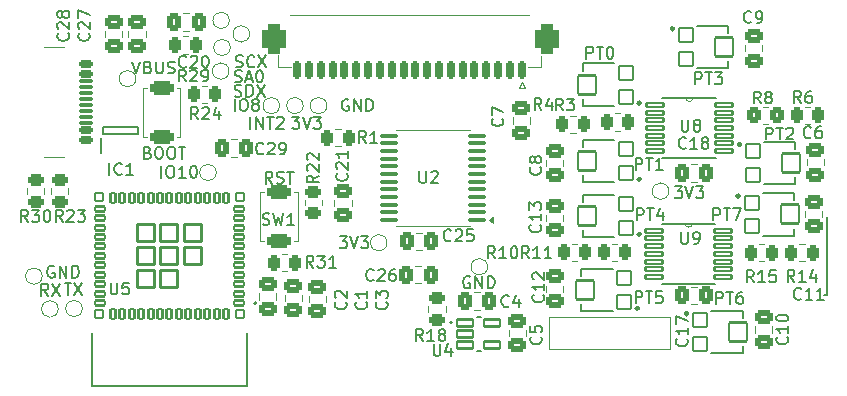
<source format=gbr>
%TF.GenerationSoftware,KiCad,Pcbnew,9.0.6-9.0.6~ubuntu24.04.1*%
%TF.CreationDate,2025-12-05T16:25:40-03:00*%
%TF.ProjectId,Smart_insoles_2025_v1,536d6172-745f-4696-9e73-6f6c65735f32,rev?*%
%TF.SameCoordinates,Original*%
%TF.FileFunction,Legend,Top*%
%TF.FilePolarity,Positive*%
%FSLAX46Y46*%
G04 Gerber Fmt 4.6, Leading zero omitted, Abs format (unit mm)*
G04 Created by KiCad (PCBNEW 9.0.6-9.0.6~ubuntu24.04.1) date 2025-12-05 16:25:40*
%MOMM*%
%LPD*%
G01*
G04 APERTURE LIST*
G04 Aperture macros list*
%AMRoundRect*
0 Rectangle with rounded corners*
0 $1 Rounding radius*
0 $2 $3 $4 $5 $6 $7 $8 $9 X,Y pos of 4 corners*
0 Add a 4 corners polygon primitive as box body*
4,1,4,$2,$3,$4,$5,$6,$7,$8,$9,$2,$3,0*
0 Add four circle primitives for the rounded corners*
1,1,$1+$1,$2,$3*
1,1,$1+$1,$4,$5*
1,1,$1+$1,$6,$7*
1,1,$1+$1,$8,$9*
0 Add four rect primitives between the rounded corners*
20,1,$1+$1,$2,$3,$4,$5,0*
20,1,$1+$1,$4,$5,$6,$7,0*
20,1,$1+$1,$6,$7,$8,$9,0*
20,1,$1+$1,$8,$9,$2,$3,0*%
G04 Aperture macros list end*
%ADD10C,0.152400*%
%ADD11C,0.120000*%
%ADD12C,0.127000*%
%ADD13C,0.240000*%
%ADD14C,0.100000*%
%ADD15C,0.200000*%
%ADD16C,0.010000*%
%ADD17RoundRect,0.250000X0.262500X0.450000X-0.262500X0.450000X-0.262500X-0.450000X0.262500X-0.450000X0*%
%ADD18C,1.000000*%
%ADD19RoundRect,0.250000X0.337500X0.475000X-0.337500X0.475000X-0.337500X-0.475000X0.337500X-0.475000X0*%
%ADD20RoundRect,0.300000X-0.700000X0.300000X-0.700000X-0.300000X0.700000X-0.300000X0.700000X0.300000X0*%
%ADD21RoundRect,0.102000X-0.600000X-0.600000X0.600000X-0.600000X0.600000X0.600000X-0.600000X0.600000X0*%
%ADD22RoundRect,0.102000X-0.750000X-0.800000X0.750000X-0.800000X0.750000X0.800000X-0.750000X0.800000X0*%
%ADD23RoundRect,0.250000X0.350000X0.450000X-0.350000X0.450000X-0.350000X-0.450000X0.350000X-0.450000X0*%
%ADD24RoundRect,0.250000X-0.475000X0.337500X-0.475000X-0.337500X0.475000X-0.337500X0.475000X0.337500X0*%
%ADD25RoundRect,0.102000X-0.736600X-0.177800X0.736600X-0.177800X0.736600X0.177800X-0.736600X0.177800X0*%
%ADD26RoundRect,0.250000X0.475000X-0.337500X0.475000X0.337500X-0.475000X0.337500X-0.475000X-0.337500X0*%
%ADD27RoundRect,0.250000X-0.450000X0.262500X-0.450000X-0.262500X0.450000X-0.262500X0.450000X0.262500X0*%
%ADD28C,2.100000*%
%ADD29RoundRect,0.250000X-0.262500X-0.450000X0.262500X-0.450000X0.262500X0.450000X-0.262500X0.450000X0*%
%ADD30RoundRect,0.250000X-0.337500X-0.475000X0.337500X-0.475000X0.337500X0.475000X-0.337500X0.475000X0*%
%ADD31RoundRect,0.102000X0.600000X0.600000X-0.600000X0.600000X-0.600000X-0.600000X0.600000X-0.600000X0*%
%ADD32RoundRect,0.102000X0.750000X0.800000X-0.750000X0.800000X-0.750000X-0.800000X0.750000X-0.800000X0*%
%ADD33RoundRect,0.300000X0.700000X-0.300000X0.700000X0.300000X-0.700000X0.300000X-0.700000X-0.300000X0*%
%ADD34RoundRect,0.250000X0.450000X-0.262500X0.450000X0.262500X-0.450000X0.262500X-0.450000X-0.262500X0*%
%ADD35RoundRect,0.102000X0.400000X0.200000X-0.400000X0.200000X-0.400000X-0.200000X0.400000X-0.200000X0*%
%ADD36RoundRect,0.102000X0.200000X0.400000X-0.200000X0.400000X-0.200000X-0.400000X0.200000X-0.400000X0*%
%ADD37RoundRect,0.102000X0.725000X0.725000X-0.725000X0.725000X-0.725000X-0.725000X0.725000X-0.725000X0*%
%ADD38RoundRect,0.102000X0.350000X0.350000X-0.350000X0.350000X-0.350000X-0.350000X0.350000X-0.350000X0*%
%ADD39RoundRect,0.100000X0.637500X0.100000X-0.637500X0.100000X-0.637500X-0.100000X0.637500X-0.100000X0*%
%ADD40RoundRect,0.099250X-0.662750X-0.297750X0.662750X-0.297750X0.662750X0.297750X-0.662750X0.297750X0*%
%ADD41C,1.600000*%
%ADD42R,1.500000X1.500000*%
%ADD43RoundRect,0.150000X0.150000X0.625000X-0.150000X0.625000X-0.150000X-0.625000X0.150000X-0.625000X0*%
%ADD44RoundRect,0.500000X0.500000X0.750000X-0.500000X0.750000X-0.500000X-0.750000X0.500000X-0.750000X0*%
%ADD45O,1.800000X1.000000*%
%ADD46O,2.100000X1.000000*%
%ADD47RoundRect,0.150000X-0.425000X0.150000X-0.425000X-0.150000X0.425000X-0.150000X0.425000X0.150000X0*%
%ADD48RoundRect,0.075000X-0.500000X0.075000X-0.500000X-0.075000X0.500000X-0.075000X0.500000X0.075000X0*%
%ADD49R,0.600000X1.200000*%
G04 APERTURE END LIST*
D10*
X114736667Y-73614694D02*
X115070000Y-74614694D01*
X115070000Y-74614694D02*
X115403333Y-73614694D01*
X116070000Y-74090884D02*
X116212857Y-74138503D01*
X116212857Y-74138503D02*
X116260476Y-74186122D01*
X116260476Y-74186122D02*
X116308095Y-74281360D01*
X116308095Y-74281360D02*
X116308095Y-74424217D01*
X116308095Y-74424217D02*
X116260476Y-74519455D01*
X116260476Y-74519455D02*
X116212857Y-74567075D01*
X116212857Y-74567075D02*
X116117619Y-74614694D01*
X116117619Y-74614694D02*
X115736667Y-74614694D01*
X115736667Y-74614694D02*
X115736667Y-73614694D01*
X115736667Y-73614694D02*
X116070000Y-73614694D01*
X116070000Y-73614694D02*
X116165238Y-73662313D01*
X116165238Y-73662313D02*
X116212857Y-73709932D01*
X116212857Y-73709932D02*
X116260476Y-73805170D01*
X116260476Y-73805170D02*
X116260476Y-73900408D01*
X116260476Y-73900408D02*
X116212857Y-73995646D01*
X116212857Y-73995646D02*
X116165238Y-74043265D01*
X116165238Y-74043265D02*
X116070000Y-74090884D01*
X116070000Y-74090884D02*
X115736667Y-74090884D01*
X116736667Y-73614694D02*
X116736667Y-74424217D01*
X116736667Y-74424217D02*
X116784286Y-74519455D01*
X116784286Y-74519455D02*
X116831905Y-74567075D01*
X116831905Y-74567075D02*
X116927143Y-74614694D01*
X116927143Y-74614694D02*
X117117619Y-74614694D01*
X117117619Y-74614694D02*
X117212857Y-74567075D01*
X117212857Y-74567075D02*
X117260476Y-74519455D01*
X117260476Y-74519455D02*
X117308095Y-74424217D01*
X117308095Y-74424217D02*
X117308095Y-73614694D01*
X117736667Y-74567075D02*
X117879524Y-74614694D01*
X117879524Y-74614694D02*
X118117619Y-74614694D01*
X118117619Y-74614694D02*
X118212857Y-74567075D01*
X118212857Y-74567075D02*
X118260476Y-74519455D01*
X118260476Y-74519455D02*
X118308095Y-74424217D01*
X118308095Y-74424217D02*
X118308095Y-74328979D01*
X118308095Y-74328979D02*
X118260476Y-74233741D01*
X118260476Y-74233741D02*
X118212857Y-74186122D01*
X118212857Y-74186122D02*
X118117619Y-74138503D01*
X118117619Y-74138503D02*
X117927143Y-74090884D01*
X117927143Y-74090884D02*
X117831905Y-74043265D01*
X117831905Y-74043265D02*
X117784286Y-73995646D01*
X117784286Y-73995646D02*
X117736667Y-73900408D01*
X117736667Y-73900408D02*
X117736667Y-73805170D01*
X117736667Y-73805170D02*
X117784286Y-73709932D01*
X117784286Y-73709932D02*
X117831905Y-73662313D01*
X117831905Y-73662313D02*
X117927143Y-73614694D01*
X117927143Y-73614694D02*
X118165238Y-73614694D01*
X118165238Y-73614694D02*
X118308095Y-73662313D01*
X173510013Y-93391914D02*
X173510013Y-86781914D01*
X173300013Y-93391914D02*
X173510013Y-93391914D01*
X123398358Y-77797735D02*
X123398358Y-76781735D01*
X124065024Y-76781735D02*
X124255500Y-76781735D01*
X124255500Y-76781735D02*
X124350738Y-76830116D01*
X124350738Y-76830116D02*
X124445976Y-76926878D01*
X124445976Y-76926878D02*
X124493595Y-77120402D01*
X124493595Y-77120402D02*
X124493595Y-77459069D01*
X124493595Y-77459069D02*
X124445976Y-77652593D01*
X124445976Y-77652593D02*
X124350738Y-77749355D01*
X124350738Y-77749355D02*
X124255500Y-77797735D01*
X124255500Y-77797735D02*
X124065024Y-77797735D01*
X124065024Y-77797735D02*
X123969786Y-77749355D01*
X123969786Y-77749355D02*
X123874548Y-77652593D01*
X123874548Y-77652593D02*
X123826929Y-77459069D01*
X123826929Y-77459069D02*
X123826929Y-77120402D01*
X123826929Y-77120402D02*
X123874548Y-76926878D01*
X123874548Y-76926878D02*
X123969786Y-76830116D01*
X123969786Y-76830116D02*
X124065024Y-76781735D01*
X125065024Y-77217164D02*
X124969786Y-77168783D01*
X124969786Y-77168783D02*
X124922167Y-77120402D01*
X124922167Y-77120402D02*
X124874548Y-77023640D01*
X124874548Y-77023640D02*
X124874548Y-76975259D01*
X124874548Y-76975259D02*
X124922167Y-76878497D01*
X124922167Y-76878497D02*
X124969786Y-76830116D01*
X124969786Y-76830116D02*
X125065024Y-76781735D01*
X125065024Y-76781735D02*
X125255500Y-76781735D01*
X125255500Y-76781735D02*
X125350738Y-76830116D01*
X125350738Y-76830116D02*
X125398357Y-76878497D01*
X125398357Y-76878497D02*
X125445976Y-76975259D01*
X125445976Y-76975259D02*
X125445976Y-77023640D01*
X125445976Y-77023640D02*
X125398357Y-77120402D01*
X125398357Y-77120402D02*
X125350738Y-77168783D01*
X125350738Y-77168783D02*
X125255500Y-77217164D01*
X125255500Y-77217164D02*
X125065024Y-77217164D01*
X125065024Y-77217164D02*
X124969786Y-77265545D01*
X124969786Y-77265545D02*
X124922167Y-77313926D01*
X124922167Y-77313926D02*
X124874548Y-77410688D01*
X124874548Y-77410688D02*
X124874548Y-77604212D01*
X124874548Y-77604212D02*
X124922167Y-77700974D01*
X124922167Y-77700974D02*
X124969786Y-77749355D01*
X124969786Y-77749355D02*
X125065024Y-77797735D01*
X125065024Y-77797735D02*
X125255500Y-77797735D01*
X125255500Y-77797735D02*
X125350738Y-77749355D01*
X125350738Y-77749355D02*
X125398357Y-77700974D01*
X125398357Y-77700974D02*
X125445976Y-77604212D01*
X125445976Y-77604212D02*
X125445976Y-77410688D01*
X125445976Y-77410688D02*
X125398357Y-77313926D01*
X125398357Y-77313926D02*
X125350738Y-77265545D01*
X125350738Y-77265545D02*
X125255500Y-77217164D01*
X133032167Y-76840116D02*
X132936929Y-76791735D01*
X132936929Y-76791735D02*
X132794072Y-76791735D01*
X132794072Y-76791735D02*
X132651215Y-76840116D01*
X132651215Y-76840116D02*
X132555977Y-76936878D01*
X132555977Y-76936878D02*
X132508358Y-77033640D01*
X132508358Y-77033640D02*
X132460739Y-77227164D01*
X132460739Y-77227164D02*
X132460739Y-77372307D01*
X132460739Y-77372307D02*
X132508358Y-77565831D01*
X132508358Y-77565831D02*
X132555977Y-77662593D01*
X132555977Y-77662593D02*
X132651215Y-77759355D01*
X132651215Y-77759355D02*
X132794072Y-77807735D01*
X132794072Y-77807735D02*
X132889310Y-77807735D01*
X132889310Y-77807735D02*
X133032167Y-77759355D01*
X133032167Y-77759355D02*
X133079786Y-77710974D01*
X133079786Y-77710974D02*
X133079786Y-77372307D01*
X133079786Y-77372307D02*
X132889310Y-77372307D01*
X133508358Y-77807735D02*
X133508358Y-76791735D01*
X133508358Y-76791735D02*
X134079786Y-77807735D01*
X134079786Y-77807735D02*
X134079786Y-76791735D01*
X134555977Y-77807735D02*
X134555977Y-76791735D01*
X134555977Y-76791735D02*
X134794072Y-76791735D01*
X134794072Y-76791735D02*
X134936929Y-76840116D01*
X134936929Y-76840116D02*
X135032167Y-76936878D01*
X135032167Y-76936878D02*
X135079786Y-77033640D01*
X135079786Y-77033640D02*
X135127405Y-77227164D01*
X135127405Y-77227164D02*
X135127405Y-77372307D01*
X135127405Y-77372307D02*
X135079786Y-77565831D01*
X135079786Y-77565831D02*
X135032167Y-77662593D01*
X135032167Y-77662593D02*
X134936929Y-77759355D01*
X134936929Y-77759355D02*
X134794072Y-77807735D01*
X134794072Y-77807735D02*
X134555977Y-77807735D01*
X116041691Y-81325545D02*
X116184548Y-81373926D01*
X116184548Y-81373926D02*
X116232167Y-81422307D01*
X116232167Y-81422307D02*
X116279786Y-81519069D01*
X116279786Y-81519069D02*
X116279786Y-81664212D01*
X116279786Y-81664212D02*
X116232167Y-81760974D01*
X116232167Y-81760974D02*
X116184548Y-81809355D01*
X116184548Y-81809355D02*
X116089310Y-81857735D01*
X116089310Y-81857735D02*
X115708358Y-81857735D01*
X115708358Y-81857735D02*
X115708358Y-80841735D01*
X115708358Y-80841735D02*
X116041691Y-80841735D01*
X116041691Y-80841735D02*
X116136929Y-80890116D01*
X116136929Y-80890116D02*
X116184548Y-80938497D01*
X116184548Y-80938497D02*
X116232167Y-81035259D01*
X116232167Y-81035259D02*
X116232167Y-81132021D01*
X116232167Y-81132021D02*
X116184548Y-81228783D01*
X116184548Y-81228783D02*
X116136929Y-81277164D01*
X116136929Y-81277164D02*
X116041691Y-81325545D01*
X116041691Y-81325545D02*
X115708358Y-81325545D01*
X116898834Y-80841735D02*
X117089310Y-80841735D01*
X117089310Y-80841735D02*
X117184548Y-80890116D01*
X117184548Y-80890116D02*
X117279786Y-80986878D01*
X117279786Y-80986878D02*
X117327405Y-81180402D01*
X117327405Y-81180402D02*
X117327405Y-81519069D01*
X117327405Y-81519069D02*
X117279786Y-81712593D01*
X117279786Y-81712593D02*
X117184548Y-81809355D01*
X117184548Y-81809355D02*
X117089310Y-81857735D01*
X117089310Y-81857735D02*
X116898834Y-81857735D01*
X116898834Y-81857735D02*
X116803596Y-81809355D01*
X116803596Y-81809355D02*
X116708358Y-81712593D01*
X116708358Y-81712593D02*
X116660739Y-81519069D01*
X116660739Y-81519069D02*
X116660739Y-81180402D01*
X116660739Y-81180402D02*
X116708358Y-80986878D01*
X116708358Y-80986878D02*
X116803596Y-80890116D01*
X116803596Y-80890116D02*
X116898834Y-80841735D01*
X117946453Y-80841735D02*
X118136929Y-80841735D01*
X118136929Y-80841735D02*
X118232167Y-80890116D01*
X118232167Y-80890116D02*
X118327405Y-80986878D01*
X118327405Y-80986878D02*
X118375024Y-81180402D01*
X118375024Y-81180402D02*
X118375024Y-81519069D01*
X118375024Y-81519069D02*
X118327405Y-81712593D01*
X118327405Y-81712593D02*
X118232167Y-81809355D01*
X118232167Y-81809355D02*
X118136929Y-81857735D01*
X118136929Y-81857735D02*
X117946453Y-81857735D01*
X117946453Y-81857735D02*
X117851215Y-81809355D01*
X117851215Y-81809355D02*
X117755977Y-81712593D01*
X117755977Y-81712593D02*
X117708358Y-81519069D01*
X117708358Y-81519069D02*
X117708358Y-81180402D01*
X117708358Y-81180402D02*
X117755977Y-80986878D01*
X117755977Y-80986878D02*
X117851215Y-80890116D01*
X117851215Y-80890116D02*
X117946453Y-80841735D01*
X118660739Y-80841735D02*
X119232167Y-80841735D01*
X118946453Y-81857735D02*
X118946453Y-80841735D01*
X117188358Y-83467735D02*
X117188358Y-82451735D01*
X117855024Y-82451735D02*
X118045500Y-82451735D01*
X118045500Y-82451735D02*
X118140738Y-82500116D01*
X118140738Y-82500116D02*
X118235976Y-82596878D01*
X118235976Y-82596878D02*
X118283595Y-82790402D01*
X118283595Y-82790402D02*
X118283595Y-83129069D01*
X118283595Y-83129069D02*
X118235976Y-83322593D01*
X118235976Y-83322593D02*
X118140738Y-83419355D01*
X118140738Y-83419355D02*
X118045500Y-83467735D01*
X118045500Y-83467735D02*
X117855024Y-83467735D01*
X117855024Y-83467735D02*
X117759786Y-83419355D01*
X117759786Y-83419355D02*
X117664548Y-83322593D01*
X117664548Y-83322593D02*
X117616929Y-83129069D01*
X117616929Y-83129069D02*
X117616929Y-82790402D01*
X117616929Y-82790402D02*
X117664548Y-82596878D01*
X117664548Y-82596878D02*
X117759786Y-82500116D01*
X117759786Y-82500116D02*
X117855024Y-82451735D01*
X119235976Y-83467735D02*
X118664548Y-83467735D01*
X118950262Y-83467735D02*
X118950262Y-82451735D01*
X118950262Y-82451735D02*
X118855024Y-82596878D01*
X118855024Y-82596878D02*
X118759786Y-82693640D01*
X118759786Y-82693640D02*
X118664548Y-82742021D01*
X119855024Y-82451735D02*
X119950262Y-82451735D01*
X119950262Y-82451735D02*
X120045500Y-82500116D01*
X120045500Y-82500116D02*
X120093119Y-82548497D01*
X120093119Y-82548497D02*
X120140738Y-82645259D01*
X120140738Y-82645259D02*
X120188357Y-82838783D01*
X120188357Y-82838783D02*
X120188357Y-83080688D01*
X120188357Y-83080688D02*
X120140738Y-83274212D01*
X120140738Y-83274212D02*
X120093119Y-83370974D01*
X120093119Y-83370974D02*
X120045500Y-83419355D01*
X120045500Y-83419355D02*
X119950262Y-83467735D01*
X119950262Y-83467735D02*
X119855024Y-83467735D01*
X119855024Y-83467735D02*
X119759786Y-83419355D01*
X119759786Y-83419355D02*
X119712167Y-83370974D01*
X119712167Y-83370974D02*
X119664548Y-83274212D01*
X119664548Y-83274212D02*
X119616929Y-83080688D01*
X119616929Y-83080688D02*
X119616929Y-82838783D01*
X119616929Y-82838783D02*
X119664548Y-82645259D01*
X119664548Y-82645259D02*
X119712167Y-82548497D01*
X119712167Y-82548497D02*
X119759786Y-82500116D01*
X119759786Y-82500116D02*
X119855024Y-82451735D01*
X143312167Y-91840116D02*
X143216929Y-91791735D01*
X143216929Y-91791735D02*
X143074072Y-91791735D01*
X143074072Y-91791735D02*
X142931215Y-91840116D01*
X142931215Y-91840116D02*
X142835977Y-91936878D01*
X142835977Y-91936878D02*
X142788358Y-92033640D01*
X142788358Y-92033640D02*
X142740739Y-92227164D01*
X142740739Y-92227164D02*
X142740739Y-92372307D01*
X142740739Y-92372307D02*
X142788358Y-92565831D01*
X142788358Y-92565831D02*
X142835977Y-92662593D01*
X142835977Y-92662593D02*
X142931215Y-92759355D01*
X142931215Y-92759355D02*
X143074072Y-92807735D01*
X143074072Y-92807735D02*
X143169310Y-92807735D01*
X143169310Y-92807735D02*
X143312167Y-92759355D01*
X143312167Y-92759355D02*
X143359786Y-92710974D01*
X143359786Y-92710974D02*
X143359786Y-92372307D01*
X143359786Y-92372307D02*
X143169310Y-92372307D01*
X143788358Y-92807735D02*
X143788358Y-91791735D01*
X143788358Y-91791735D02*
X144359786Y-92807735D01*
X144359786Y-92807735D02*
X144359786Y-91791735D01*
X144835977Y-92807735D02*
X144835977Y-91791735D01*
X144835977Y-91791735D02*
X145074072Y-91791735D01*
X145074072Y-91791735D02*
X145216929Y-91840116D01*
X145216929Y-91840116D02*
X145312167Y-91936878D01*
X145312167Y-91936878D02*
X145359786Y-92033640D01*
X145359786Y-92033640D02*
X145407405Y-92227164D01*
X145407405Y-92227164D02*
X145407405Y-92372307D01*
X145407405Y-92372307D02*
X145359786Y-92565831D01*
X145359786Y-92565831D02*
X145312167Y-92662593D01*
X145312167Y-92662593D02*
X145216929Y-92759355D01*
X145216929Y-92759355D02*
X145074072Y-92807735D01*
X145074072Y-92807735D02*
X144835977Y-92807735D01*
X132283120Y-88421735D02*
X132902167Y-88421735D01*
X132902167Y-88421735D02*
X132568834Y-88808783D01*
X132568834Y-88808783D02*
X132711691Y-88808783D01*
X132711691Y-88808783D02*
X132806929Y-88857164D01*
X132806929Y-88857164D02*
X132854548Y-88905545D01*
X132854548Y-88905545D02*
X132902167Y-89002307D01*
X132902167Y-89002307D02*
X132902167Y-89244212D01*
X132902167Y-89244212D02*
X132854548Y-89340974D01*
X132854548Y-89340974D02*
X132806929Y-89389355D01*
X132806929Y-89389355D02*
X132711691Y-89437735D01*
X132711691Y-89437735D02*
X132425977Y-89437735D01*
X132425977Y-89437735D02*
X132330739Y-89389355D01*
X132330739Y-89389355D02*
X132283120Y-89340974D01*
X133187882Y-88421735D02*
X133521215Y-89437735D01*
X133521215Y-89437735D02*
X133854548Y-88421735D01*
X134092644Y-88421735D02*
X134711691Y-88421735D01*
X134711691Y-88421735D02*
X134378358Y-88808783D01*
X134378358Y-88808783D02*
X134521215Y-88808783D01*
X134521215Y-88808783D02*
X134616453Y-88857164D01*
X134616453Y-88857164D02*
X134664072Y-88905545D01*
X134664072Y-88905545D02*
X134711691Y-89002307D01*
X134711691Y-89002307D02*
X134711691Y-89244212D01*
X134711691Y-89244212D02*
X134664072Y-89340974D01*
X134664072Y-89340974D02*
X134616453Y-89389355D01*
X134616453Y-89389355D02*
X134521215Y-89437735D01*
X134521215Y-89437735D02*
X134235501Y-89437735D01*
X134235501Y-89437735D02*
X134140263Y-89389355D01*
X134140263Y-89389355D02*
X134092644Y-89340974D01*
X108995501Y-92401735D02*
X109566929Y-92401735D01*
X109281215Y-93417735D02*
X109281215Y-92401735D01*
X109805025Y-92401735D02*
X110471691Y-93417735D01*
X110471691Y-92401735D02*
X109805025Y-93417735D01*
X108112167Y-90950116D02*
X108016929Y-90901735D01*
X108016929Y-90901735D02*
X107874072Y-90901735D01*
X107874072Y-90901735D02*
X107731215Y-90950116D01*
X107731215Y-90950116D02*
X107635977Y-91046878D01*
X107635977Y-91046878D02*
X107588358Y-91143640D01*
X107588358Y-91143640D02*
X107540739Y-91337164D01*
X107540739Y-91337164D02*
X107540739Y-91482307D01*
X107540739Y-91482307D02*
X107588358Y-91675831D01*
X107588358Y-91675831D02*
X107635977Y-91772593D01*
X107635977Y-91772593D02*
X107731215Y-91869355D01*
X107731215Y-91869355D02*
X107874072Y-91917735D01*
X107874072Y-91917735D02*
X107969310Y-91917735D01*
X107969310Y-91917735D02*
X108112167Y-91869355D01*
X108112167Y-91869355D02*
X108159786Y-91820974D01*
X108159786Y-91820974D02*
X108159786Y-91482307D01*
X108159786Y-91482307D02*
X107969310Y-91482307D01*
X108588358Y-91917735D02*
X108588358Y-90901735D01*
X108588358Y-90901735D02*
X109159786Y-91917735D01*
X109159786Y-91917735D02*
X109159786Y-90901735D01*
X109635977Y-91917735D02*
X109635977Y-90901735D01*
X109635977Y-90901735D02*
X109874072Y-90901735D01*
X109874072Y-90901735D02*
X110016929Y-90950116D01*
X110016929Y-90950116D02*
X110112167Y-91046878D01*
X110112167Y-91046878D02*
X110159786Y-91143640D01*
X110159786Y-91143640D02*
X110207405Y-91337164D01*
X110207405Y-91337164D02*
X110207405Y-91482307D01*
X110207405Y-91482307D02*
X110159786Y-91675831D01*
X110159786Y-91675831D02*
X110112167Y-91772593D01*
X110112167Y-91772593D02*
X110016929Y-91869355D01*
X110016929Y-91869355D02*
X109874072Y-91917735D01*
X109874072Y-91917735D02*
X109635977Y-91917735D01*
X126584786Y-83942735D02*
X126251453Y-83458926D01*
X126013358Y-83942735D02*
X126013358Y-82926735D01*
X126013358Y-82926735D02*
X126394310Y-82926735D01*
X126394310Y-82926735D02*
X126489548Y-82975116D01*
X126489548Y-82975116D02*
X126537167Y-83023497D01*
X126537167Y-83023497D02*
X126584786Y-83120259D01*
X126584786Y-83120259D02*
X126584786Y-83265402D01*
X126584786Y-83265402D02*
X126537167Y-83362164D01*
X126537167Y-83362164D02*
X126489548Y-83410545D01*
X126489548Y-83410545D02*
X126394310Y-83458926D01*
X126394310Y-83458926D02*
X126013358Y-83458926D01*
X126965739Y-83894355D02*
X127108596Y-83942735D01*
X127108596Y-83942735D02*
X127346691Y-83942735D01*
X127346691Y-83942735D02*
X127441929Y-83894355D01*
X127441929Y-83894355D02*
X127489548Y-83845974D01*
X127489548Y-83845974D02*
X127537167Y-83749212D01*
X127537167Y-83749212D02*
X127537167Y-83652450D01*
X127537167Y-83652450D02*
X127489548Y-83555688D01*
X127489548Y-83555688D02*
X127441929Y-83507307D01*
X127441929Y-83507307D02*
X127346691Y-83458926D01*
X127346691Y-83458926D02*
X127156215Y-83410545D01*
X127156215Y-83410545D02*
X127060977Y-83362164D01*
X127060977Y-83362164D02*
X127013358Y-83313783D01*
X127013358Y-83313783D02*
X126965739Y-83217021D01*
X126965739Y-83217021D02*
X126965739Y-83120259D01*
X126965739Y-83120259D02*
X127013358Y-83023497D01*
X127013358Y-83023497D02*
X127060977Y-82975116D01*
X127060977Y-82975116D02*
X127156215Y-82926735D01*
X127156215Y-82926735D02*
X127394310Y-82926735D01*
X127394310Y-82926735D02*
X127537167Y-82975116D01*
X127822882Y-82926735D02*
X128394310Y-82926735D01*
X128108596Y-83942735D02*
X128108596Y-82926735D01*
X123410739Y-75309355D02*
X123553596Y-75357735D01*
X123553596Y-75357735D02*
X123791691Y-75357735D01*
X123791691Y-75357735D02*
X123886929Y-75309355D01*
X123886929Y-75309355D02*
X123934548Y-75260974D01*
X123934548Y-75260974D02*
X123982167Y-75164212D01*
X123982167Y-75164212D02*
X123982167Y-75067450D01*
X123982167Y-75067450D02*
X123934548Y-74970688D01*
X123934548Y-74970688D02*
X123886929Y-74922307D01*
X123886929Y-74922307D02*
X123791691Y-74873926D01*
X123791691Y-74873926D02*
X123601215Y-74825545D01*
X123601215Y-74825545D02*
X123505977Y-74777164D01*
X123505977Y-74777164D02*
X123458358Y-74728783D01*
X123458358Y-74728783D02*
X123410739Y-74632021D01*
X123410739Y-74632021D02*
X123410739Y-74535259D01*
X123410739Y-74535259D02*
X123458358Y-74438497D01*
X123458358Y-74438497D02*
X123505977Y-74390116D01*
X123505977Y-74390116D02*
X123601215Y-74341735D01*
X123601215Y-74341735D02*
X123839310Y-74341735D01*
X123839310Y-74341735D02*
X123982167Y-74390116D01*
X124363120Y-75067450D02*
X124839310Y-75067450D01*
X124267882Y-75357735D02*
X124601215Y-74341735D01*
X124601215Y-74341735D02*
X124934548Y-75357735D01*
X125458358Y-74341735D02*
X125553596Y-74341735D01*
X125553596Y-74341735D02*
X125648834Y-74390116D01*
X125648834Y-74390116D02*
X125696453Y-74438497D01*
X125696453Y-74438497D02*
X125744072Y-74535259D01*
X125744072Y-74535259D02*
X125791691Y-74728783D01*
X125791691Y-74728783D02*
X125791691Y-74970688D01*
X125791691Y-74970688D02*
X125744072Y-75164212D01*
X125744072Y-75164212D02*
X125696453Y-75260974D01*
X125696453Y-75260974D02*
X125648834Y-75309355D01*
X125648834Y-75309355D02*
X125553596Y-75357735D01*
X125553596Y-75357735D02*
X125458358Y-75357735D01*
X125458358Y-75357735D02*
X125363120Y-75309355D01*
X125363120Y-75309355D02*
X125315501Y-75260974D01*
X125315501Y-75260974D02*
X125267882Y-75164212D01*
X125267882Y-75164212D02*
X125220263Y-74970688D01*
X125220263Y-74970688D02*
X125220263Y-74728783D01*
X125220263Y-74728783D02*
X125267882Y-74535259D01*
X125267882Y-74535259D02*
X125315501Y-74438497D01*
X125315501Y-74438497D02*
X125363120Y-74390116D01*
X125363120Y-74390116D02*
X125458358Y-74341735D01*
X128263120Y-78301735D02*
X128882167Y-78301735D01*
X128882167Y-78301735D02*
X128548834Y-78688783D01*
X128548834Y-78688783D02*
X128691691Y-78688783D01*
X128691691Y-78688783D02*
X128786929Y-78737164D01*
X128786929Y-78737164D02*
X128834548Y-78785545D01*
X128834548Y-78785545D02*
X128882167Y-78882307D01*
X128882167Y-78882307D02*
X128882167Y-79124212D01*
X128882167Y-79124212D02*
X128834548Y-79220974D01*
X128834548Y-79220974D02*
X128786929Y-79269355D01*
X128786929Y-79269355D02*
X128691691Y-79317735D01*
X128691691Y-79317735D02*
X128405977Y-79317735D01*
X128405977Y-79317735D02*
X128310739Y-79269355D01*
X128310739Y-79269355D02*
X128263120Y-79220974D01*
X129167882Y-78301735D02*
X129501215Y-79317735D01*
X129501215Y-79317735D02*
X129834548Y-78301735D01*
X130072644Y-78301735D02*
X130691691Y-78301735D01*
X130691691Y-78301735D02*
X130358358Y-78688783D01*
X130358358Y-78688783D02*
X130501215Y-78688783D01*
X130501215Y-78688783D02*
X130596453Y-78737164D01*
X130596453Y-78737164D02*
X130644072Y-78785545D01*
X130644072Y-78785545D02*
X130691691Y-78882307D01*
X130691691Y-78882307D02*
X130691691Y-79124212D01*
X130691691Y-79124212D02*
X130644072Y-79220974D01*
X130644072Y-79220974D02*
X130596453Y-79269355D01*
X130596453Y-79269355D02*
X130501215Y-79317735D01*
X130501215Y-79317735D02*
X130215501Y-79317735D01*
X130215501Y-79317735D02*
X130120263Y-79269355D01*
X130120263Y-79269355D02*
X130072644Y-79220974D01*
X123500739Y-74069355D02*
X123643596Y-74117735D01*
X123643596Y-74117735D02*
X123881691Y-74117735D01*
X123881691Y-74117735D02*
X123976929Y-74069355D01*
X123976929Y-74069355D02*
X124024548Y-74020974D01*
X124024548Y-74020974D02*
X124072167Y-73924212D01*
X124072167Y-73924212D02*
X124072167Y-73827450D01*
X124072167Y-73827450D02*
X124024548Y-73730688D01*
X124024548Y-73730688D02*
X123976929Y-73682307D01*
X123976929Y-73682307D02*
X123881691Y-73633926D01*
X123881691Y-73633926D02*
X123691215Y-73585545D01*
X123691215Y-73585545D02*
X123595977Y-73537164D01*
X123595977Y-73537164D02*
X123548358Y-73488783D01*
X123548358Y-73488783D02*
X123500739Y-73392021D01*
X123500739Y-73392021D02*
X123500739Y-73295259D01*
X123500739Y-73295259D02*
X123548358Y-73198497D01*
X123548358Y-73198497D02*
X123595977Y-73150116D01*
X123595977Y-73150116D02*
X123691215Y-73101735D01*
X123691215Y-73101735D02*
X123929310Y-73101735D01*
X123929310Y-73101735D02*
X124072167Y-73150116D01*
X125072167Y-74020974D02*
X125024548Y-74069355D01*
X125024548Y-74069355D02*
X124881691Y-74117735D01*
X124881691Y-74117735D02*
X124786453Y-74117735D01*
X124786453Y-74117735D02*
X124643596Y-74069355D01*
X124643596Y-74069355D02*
X124548358Y-73972593D01*
X124548358Y-73972593D02*
X124500739Y-73875831D01*
X124500739Y-73875831D02*
X124453120Y-73682307D01*
X124453120Y-73682307D02*
X124453120Y-73537164D01*
X124453120Y-73537164D02*
X124500739Y-73343640D01*
X124500739Y-73343640D02*
X124548358Y-73246878D01*
X124548358Y-73246878D02*
X124643596Y-73150116D01*
X124643596Y-73150116D02*
X124786453Y-73101735D01*
X124786453Y-73101735D02*
X124881691Y-73101735D01*
X124881691Y-73101735D02*
X125024548Y-73150116D01*
X125024548Y-73150116D02*
X125072167Y-73198497D01*
X125405501Y-73101735D02*
X126072167Y-74117735D01*
X126072167Y-73101735D02*
X125405501Y-74117735D01*
X160663120Y-84171735D02*
X161282167Y-84171735D01*
X161282167Y-84171735D02*
X160948834Y-84558783D01*
X160948834Y-84558783D02*
X161091691Y-84558783D01*
X161091691Y-84558783D02*
X161186929Y-84607164D01*
X161186929Y-84607164D02*
X161234548Y-84655545D01*
X161234548Y-84655545D02*
X161282167Y-84752307D01*
X161282167Y-84752307D02*
X161282167Y-84994212D01*
X161282167Y-84994212D02*
X161234548Y-85090974D01*
X161234548Y-85090974D02*
X161186929Y-85139355D01*
X161186929Y-85139355D02*
X161091691Y-85187735D01*
X161091691Y-85187735D02*
X160805977Y-85187735D01*
X160805977Y-85187735D02*
X160710739Y-85139355D01*
X160710739Y-85139355D02*
X160663120Y-85090974D01*
X161567882Y-84171735D02*
X161901215Y-85187735D01*
X161901215Y-85187735D02*
X162234548Y-84171735D01*
X162472644Y-84171735D02*
X163091691Y-84171735D01*
X163091691Y-84171735D02*
X162758358Y-84558783D01*
X162758358Y-84558783D02*
X162901215Y-84558783D01*
X162901215Y-84558783D02*
X162996453Y-84607164D01*
X162996453Y-84607164D02*
X163044072Y-84655545D01*
X163044072Y-84655545D02*
X163091691Y-84752307D01*
X163091691Y-84752307D02*
X163091691Y-84994212D01*
X163091691Y-84994212D02*
X163044072Y-85090974D01*
X163044072Y-85090974D02*
X162996453Y-85139355D01*
X162996453Y-85139355D02*
X162901215Y-85187735D01*
X162901215Y-85187735D02*
X162615501Y-85187735D01*
X162615501Y-85187735D02*
X162520263Y-85139355D01*
X162520263Y-85139355D02*
X162472644Y-85090974D01*
X124738358Y-79287735D02*
X124738358Y-78271735D01*
X125214548Y-79287735D02*
X125214548Y-78271735D01*
X125214548Y-78271735D02*
X125785976Y-79287735D01*
X125785976Y-79287735D02*
X125785976Y-78271735D01*
X126119310Y-78271735D02*
X126690738Y-78271735D01*
X126405024Y-79287735D02*
X126405024Y-78271735D01*
X126976453Y-78368497D02*
X127024072Y-78320116D01*
X127024072Y-78320116D02*
X127119310Y-78271735D01*
X127119310Y-78271735D02*
X127357405Y-78271735D01*
X127357405Y-78271735D02*
X127452643Y-78320116D01*
X127452643Y-78320116D02*
X127500262Y-78368497D01*
X127500262Y-78368497D02*
X127547881Y-78465259D01*
X127547881Y-78465259D02*
X127547881Y-78562021D01*
X127547881Y-78562021D02*
X127500262Y-78707164D01*
X127500262Y-78707164D02*
X126928834Y-79287735D01*
X126928834Y-79287735D02*
X127547881Y-79287735D01*
X107609786Y-93442735D02*
X107276453Y-92958926D01*
X107038358Y-93442735D02*
X107038358Y-92426735D01*
X107038358Y-92426735D02*
X107419310Y-92426735D01*
X107419310Y-92426735D02*
X107514548Y-92475116D01*
X107514548Y-92475116D02*
X107562167Y-92523497D01*
X107562167Y-92523497D02*
X107609786Y-92620259D01*
X107609786Y-92620259D02*
X107609786Y-92765402D01*
X107609786Y-92765402D02*
X107562167Y-92862164D01*
X107562167Y-92862164D02*
X107514548Y-92910545D01*
X107514548Y-92910545D02*
X107419310Y-92958926D01*
X107419310Y-92958926D02*
X107038358Y-92958926D01*
X107943120Y-92426735D02*
X108609786Y-93442735D01*
X108609786Y-92426735D02*
X107943120Y-93442735D01*
X123390739Y-76539355D02*
X123533596Y-76587735D01*
X123533596Y-76587735D02*
X123771691Y-76587735D01*
X123771691Y-76587735D02*
X123866929Y-76539355D01*
X123866929Y-76539355D02*
X123914548Y-76490974D01*
X123914548Y-76490974D02*
X123962167Y-76394212D01*
X123962167Y-76394212D02*
X123962167Y-76297450D01*
X123962167Y-76297450D02*
X123914548Y-76200688D01*
X123914548Y-76200688D02*
X123866929Y-76152307D01*
X123866929Y-76152307D02*
X123771691Y-76103926D01*
X123771691Y-76103926D02*
X123581215Y-76055545D01*
X123581215Y-76055545D02*
X123485977Y-76007164D01*
X123485977Y-76007164D02*
X123438358Y-75958783D01*
X123438358Y-75958783D02*
X123390739Y-75862021D01*
X123390739Y-75862021D02*
X123390739Y-75765259D01*
X123390739Y-75765259D02*
X123438358Y-75668497D01*
X123438358Y-75668497D02*
X123485977Y-75620116D01*
X123485977Y-75620116D02*
X123581215Y-75571735D01*
X123581215Y-75571735D02*
X123819310Y-75571735D01*
X123819310Y-75571735D02*
X123962167Y-75620116D01*
X124390739Y-76587735D02*
X124390739Y-75571735D01*
X124390739Y-75571735D02*
X124628834Y-75571735D01*
X124628834Y-75571735D02*
X124771691Y-75620116D01*
X124771691Y-75620116D02*
X124866929Y-75716878D01*
X124866929Y-75716878D02*
X124914548Y-75813640D01*
X124914548Y-75813640D02*
X124962167Y-76007164D01*
X124962167Y-76007164D02*
X124962167Y-76152307D01*
X124962167Y-76152307D02*
X124914548Y-76345831D01*
X124914548Y-76345831D02*
X124866929Y-76442593D01*
X124866929Y-76442593D02*
X124771691Y-76539355D01*
X124771691Y-76539355D02*
X124628834Y-76587735D01*
X124628834Y-76587735D02*
X124390739Y-76587735D01*
X125295501Y-75571735D02*
X125962167Y-76587735D01*
X125962167Y-75571735D02*
X125295501Y-76587735D01*
X120287142Y-78494694D02*
X119953809Y-78018503D01*
X119715714Y-78494694D02*
X119715714Y-77494694D01*
X119715714Y-77494694D02*
X120096666Y-77494694D01*
X120096666Y-77494694D02*
X120191904Y-77542313D01*
X120191904Y-77542313D02*
X120239523Y-77589932D01*
X120239523Y-77589932D02*
X120287142Y-77685170D01*
X120287142Y-77685170D02*
X120287142Y-77828027D01*
X120287142Y-77828027D02*
X120239523Y-77923265D01*
X120239523Y-77923265D02*
X120191904Y-77970884D01*
X120191904Y-77970884D02*
X120096666Y-78018503D01*
X120096666Y-78018503D02*
X119715714Y-78018503D01*
X120668095Y-77589932D02*
X120715714Y-77542313D01*
X120715714Y-77542313D02*
X120810952Y-77494694D01*
X120810952Y-77494694D02*
X121049047Y-77494694D01*
X121049047Y-77494694D02*
X121144285Y-77542313D01*
X121144285Y-77542313D02*
X121191904Y-77589932D01*
X121191904Y-77589932D02*
X121239523Y-77685170D01*
X121239523Y-77685170D02*
X121239523Y-77780408D01*
X121239523Y-77780408D02*
X121191904Y-77923265D01*
X121191904Y-77923265D02*
X120620476Y-78494694D01*
X120620476Y-78494694D02*
X121239523Y-78494694D01*
X122096666Y-77828027D02*
X122096666Y-78494694D01*
X121858571Y-77447075D02*
X121620476Y-78161360D01*
X121620476Y-78161360D02*
X122239523Y-78161360D01*
X119287142Y-74029455D02*
X119239523Y-74077075D01*
X119239523Y-74077075D02*
X119096666Y-74124694D01*
X119096666Y-74124694D02*
X119001428Y-74124694D01*
X119001428Y-74124694D02*
X118858571Y-74077075D01*
X118858571Y-74077075D02*
X118763333Y-73981836D01*
X118763333Y-73981836D02*
X118715714Y-73886598D01*
X118715714Y-73886598D02*
X118668095Y-73696122D01*
X118668095Y-73696122D02*
X118668095Y-73553265D01*
X118668095Y-73553265D02*
X118715714Y-73362789D01*
X118715714Y-73362789D02*
X118763333Y-73267551D01*
X118763333Y-73267551D02*
X118858571Y-73172313D01*
X118858571Y-73172313D02*
X119001428Y-73124694D01*
X119001428Y-73124694D02*
X119096666Y-73124694D01*
X119096666Y-73124694D02*
X119239523Y-73172313D01*
X119239523Y-73172313D02*
X119287142Y-73219932D01*
X119668095Y-73219932D02*
X119715714Y-73172313D01*
X119715714Y-73172313D02*
X119810952Y-73124694D01*
X119810952Y-73124694D02*
X120049047Y-73124694D01*
X120049047Y-73124694D02*
X120144285Y-73172313D01*
X120144285Y-73172313D02*
X120191904Y-73219932D01*
X120191904Y-73219932D02*
X120239523Y-73315170D01*
X120239523Y-73315170D02*
X120239523Y-73410408D01*
X120239523Y-73410408D02*
X120191904Y-73553265D01*
X120191904Y-73553265D02*
X119620476Y-74124694D01*
X119620476Y-74124694D02*
X120239523Y-74124694D01*
X120858571Y-73124694D02*
X120953809Y-73124694D01*
X120953809Y-73124694D02*
X121049047Y-73172313D01*
X121049047Y-73172313D02*
X121096666Y-73219932D01*
X121096666Y-73219932D02*
X121144285Y-73315170D01*
X121144285Y-73315170D02*
X121191904Y-73505646D01*
X121191904Y-73505646D02*
X121191904Y-73743741D01*
X121191904Y-73743741D02*
X121144285Y-73934217D01*
X121144285Y-73934217D02*
X121096666Y-74029455D01*
X121096666Y-74029455D02*
X121049047Y-74077075D01*
X121049047Y-74077075D02*
X120953809Y-74124694D01*
X120953809Y-74124694D02*
X120858571Y-74124694D01*
X120858571Y-74124694D02*
X120763333Y-74077075D01*
X120763333Y-74077075D02*
X120715714Y-74029455D01*
X120715714Y-74029455D02*
X120668095Y-73934217D01*
X120668095Y-73934217D02*
X120620476Y-73743741D01*
X120620476Y-73743741D02*
X120620476Y-73505646D01*
X120620476Y-73505646D02*
X120668095Y-73315170D01*
X120668095Y-73315170D02*
X120715714Y-73219932D01*
X120715714Y-73219932D02*
X120763333Y-73172313D01*
X120763333Y-73172313D02*
X120858571Y-73124694D01*
X119257142Y-75294694D02*
X118923809Y-74818503D01*
X118685714Y-75294694D02*
X118685714Y-74294694D01*
X118685714Y-74294694D02*
X119066666Y-74294694D01*
X119066666Y-74294694D02*
X119161904Y-74342313D01*
X119161904Y-74342313D02*
X119209523Y-74389932D01*
X119209523Y-74389932D02*
X119257142Y-74485170D01*
X119257142Y-74485170D02*
X119257142Y-74628027D01*
X119257142Y-74628027D02*
X119209523Y-74723265D01*
X119209523Y-74723265D02*
X119161904Y-74770884D01*
X119161904Y-74770884D02*
X119066666Y-74818503D01*
X119066666Y-74818503D02*
X118685714Y-74818503D01*
X119638095Y-74389932D02*
X119685714Y-74342313D01*
X119685714Y-74342313D02*
X119780952Y-74294694D01*
X119780952Y-74294694D02*
X120019047Y-74294694D01*
X120019047Y-74294694D02*
X120114285Y-74342313D01*
X120114285Y-74342313D02*
X120161904Y-74389932D01*
X120161904Y-74389932D02*
X120209523Y-74485170D01*
X120209523Y-74485170D02*
X120209523Y-74580408D01*
X120209523Y-74580408D02*
X120161904Y-74723265D01*
X120161904Y-74723265D02*
X119590476Y-75294694D01*
X119590476Y-75294694D02*
X120209523Y-75294694D01*
X120685714Y-75294694D02*
X120876190Y-75294694D01*
X120876190Y-75294694D02*
X120971428Y-75247075D01*
X120971428Y-75247075D02*
X121019047Y-75199455D01*
X121019047Y-75199455D02*
X121114285Y-75056598D01*
X121114285Y-75056598D02*
X121161904Y-74866122D01*
X121161904Y-74866122D02*
X121161904Y-74485170D01*
X121161904Y-74485170D02*
X121114285Y-74389932D01*
X121114285Y-74389932D02*
X121066666Y-74342313D01*
X121066666Y-74342313D02*
X120971428Y-74294694D01*
X120971428Y-74294694D02*
X120780952Y-74294694D01*
X120780952Y-74294694D02*
X120685714Y-74342313D01*
X120685714Y-74342313D02*
X120638095Y-74389932D01*
X120638095Y-74389932D02*
X120590476Y-74485170D01*
X120590476Y-74485170D02*
X120590476Y-74723265D01*
X120590476Y-74723265D02*
X120638095Y-74818503D01*
X120638095Y-74818503D02*
X120685714Y-74866122D01*
X120685714Y-74866122D02*
X120780952Y-74913741D01*
X120780952Y-74913741D02*
X120971428Y-74913741D01*
X120971428Y-74913741D02*
X121066666Y-74866122D01*
X121066666Y-74866122D02*
X121114285Y-74818503D01*
X121114285Y-74818503D02*
X121161904Y-74723265D01*
X163930768Y-87054770D02*
X163930768Y-86054605D01*
X163930768Y-86054605D02*
X164311783Y-86054605D01*
X164311783Y-86054605D02*
X164407037Y-86102232D01*
X164407037Y-86102232D02*
X164454664Y-86149859D01*
X164454664Y-86149859D02*
X164502291Y-86245113D01*
X164502291Y-86245113D02*
X164502291Y-86387994D01*
X164502291Y-86387994D02*
X164454664Y-86483248D01*
X164454664Y-86483248D02*
X164407037Y-86530874D01*
X164407037Y-86530874D02*
X164311783Y-86578501D01*
X164311783Y-86578501D02*
X163930768Y-86578501D01*
X164788052Y-86054605D02*
X165359575Y-86054605D01*
X165073814Y-87054770D02*
X165073814Y-86054605D01*
X165597709Y-86054605D02*
X166264486Y-86054605D01*
X166264486Y-86054605D02*
X165835844Y-87054770D01*
X167933333Y-77154694D02*
X167600000Y-76678503D01*
X167361905Y-77154694D02*
X167361905Y-76154694D01*
X167361905Y-76154694D02*
X167742857Y-76154694D01*
X167742857Y-76154694D02*
X167838095Y-76202313D01*
X167838095Y-76202313D02*
X167885714Y-76249932D01*
X167885714Y-76249932D02*
X167933333Y-76345170D01*
X167933333Y-76345170D02*
X167933333Y-76488027D01*
X167933333Y-76488027D02*
X167885714Y-76583265D01*
X167885714Y-76583265D02*
X167838095Y-76630884D01*
X167838095Y-76630884D02*
X167742857Y-76678503D01*
X167742857Y-76678503D02*
X167361905Y-76678503D01*
X168504762Y-76583265D02*
X168409524Y-76535646D01*
X168409524Y-76535646D02*
X168361905Y-76488027D01*
X168361905Y-76488027D02*
X168314286Y-76392789D01*
X168314286Y-76392789D02*
X168314286Y-76345170D01*
X168314286Y-76345170D02*
X168361905Y-76249932D01*
X168361905Y-76249932D02*
X168409524Y-76202313D01*
X168409524Y-76202313D02*
X168504762Y-76154694D01*
X168504762Y-76154694D02*
X168695238Y-76154694D01*
X168695238Y-76154694D02*
X168790476Y-76202313D01*
X168790476Y-76202313D02*
X168838095Y-76249932D01*
X168838095Y-76249932D02*
X168885714Y-76345170D01*
X168885714Y-76345170D02*
X168885714Y-76392789D01*
X168885714Y-76392789D02*
X168838095Y-76488027D01*
X168838095Y-76488027D02*
X168790476Y-76535646D01*
X168790476Y-76535646D02*
X168695238Y-76583265D01*
X168695238Y-76583265D02*
X168504762Y-76583265D01*
X168504762Y-76583265D02*
X168409524Y-76630884D01*
X168409524Y-76630884D02*
X168361905Y-76678503D01*
X168361905Y-76678503D02*
X168314286Y-76773741D01*
X168314286Y-76773741D02*
X168314286Y-76964217D01*
X168314286Y-76964217D02*
X168361905Y-77059455D01*
X168361905Y-77059455D02*
X168409524Y-77107075D01*
X168409524Y-77107075D02*
X168504762Y-77154694D01*
X168504762Y-77154694D02*
X168695238Y-77154694D01*
X168695238Y-77154694D02*
X168790476Y-77107075D01*
X168790476Y-77107075D02*
X168838095Y-77059455D01*
X168838095Y-77059455D02*
X168885714Y-76964217D01*
X168885714Y-76964217D02*
X168885714Y-76773741D01*
X168885714Y-76773741D02*
X168838095Y-76678503D01*
X168838095Y-76678503D02*
X168790476Y-76630884D01*
X168790476Y-76630884D02*
X168695238Y-76583265D01*
X171367142Y-93679455D02*
X171319523Y-93727075D01*
X171319523Y-93727075D02*
X171176666Y-93774694D01*
X171176666Y-93774694D02*
X171081428Y-93774694D01*
X171081428Y-93774694D02*
X170938571Y-93727075D01*
X170938571Y-93727075D02*
X170843333Y-93631836D01*
X170843333Y-93631836D02*
X170795714Y-93536598D01*
X170795714Y-93536598D02*
X170748095Y-93346122D01*
X170748095Y-93346122D02*
X170748095Y-93203265D01*
X170748095Y-93203265D02*
X170795714Y-93012789D01*
X170795714Y-93012789D02*
X170843333Y-92917551D01*
X170843333Y-92917551D02*
X170938571Y-92822313D01*
X170938571Y-92822313D02*
X171081428Y-92774694D01*
X171081428Y-92774694D02*
X171176666Y-92774694D01*
X171176666Y-92774694D02*
X171319523Y-92822313D01*
X171319523Y-92822313D02*
X171367142Y-92869932D01*
X172319523Y-93774694D02*
X171748095Y-93774694D01*
X172033809Y-93774694D02*
X172033809Y-92774694D01*
X172033809Y-92774694D02*
X171938571Y-92917551D01*
X171938571Y-92917551D02*
X171843333Y-93012789D01*
X171843333Y-93012789D02*
X171748095Y-93060408D01*
X173271904Y-93774694D02*
X172700476Y-93774694D01*
X172986190Y-93774694D02*
X172986190Y-92774694D01*
X172986190Y-92774694D02*
X172890952Y-92917551D01*
X172890952Y-92917551D02*
X172795714Y-93012789D01*
X172795714Y-93012789D02*
X172700476Y-93060408D01*
X167342642Y-92294294D02*
X167009309Y-91818103D01*
X166771214Y-92294294D02*
X166771214Y-91294294D01*
X166771214Y-91294294D02*
X167152166Y-91294294D01*
X167152166Y-91294294D02*
X167247404Y-91341913D01*
X167247404Y-91341913D02*
X167295023Y-91389532D01*
X167295023Y-91389532D02*
X167342642Y-91484770D01*
X167342642Y-91484770D02*
X167342642Y-91627627D01*
X167342642Y-91627627D02*
X167295023Y-91722865D01*
X167295023Y-91722865D02*
X167247404Y-91770484D01*
X167247404Y-91770484D02*
X167152166Y-91818103D01*
X167152166Y-91818103D02*
X166771214Y-91818103D01*
X168295023Y-92294294D02*
X167723595Y-92294294D01*
X168009309Y-92294294D02*
X168009309Y-91294294D01*
X168009309Y-91294294D02*
X167914071Y-91437151D01*
X167914071Y-91437151D02*
X167818833Y-91532389D01*
X167818833Y-91532389D02*
X167723595Y-91580008D01*
X169199785Y-91294294D02*
X168723595Y-91294294D01*
X168723595Y-91294294D02*
X168675976Y-91770484D01*
X168675976Y-91770484D02*
X168723595Y-91722865D01*
X168723595Y-91722865D02*
X168818833Y-91675246D01*
X168818833Y-91675246D02*
X169056928Y-91675246D01*
X169056928Y-91675246D02*
X169152166Y-91722865D01*
X169152166Y-91722865D02*
X169199785Y-91770484D01*
X169199785Y-91770484D02*
X169247404Y-91865722D01*
X169247404Y-91865722D02*
X169247404Y-92103817D01*
X169247404Y-92103817D02*
X169199785Y-92199055D01*
X169199785Y-92199055D02*
X169152166Y-92246675D01*
X169152166Y-92246675D02*
X169056928Y-92294294D01*
X169056928Y-92294294D02*
X168818833Y-92294294D01*
X168818833Y-92294294D02*
X168723595Y-92246675D01*
X168723595Y-92246675D02*
X168675976Y-92199055D01*
X170780807Y-92254694D02*
X170447474Y-91778503D01*
X170209379Y-92254694D02*
X170209379Y-91254694D01*
X170209379Y-91254694D02*
X170590331Y-91254694D01*
X170590331Y-91254694D02*
X170685569Y-91302313D01*
X170685569Y-91302313D02*
X170733188Y-91349932D01*
X170733188Y-91349932D02*
X170780807Y-91445170D01*
X170780807Y-91445170D02*
X170780807Y-91588027D01*
X170780807Y-91588027D02*
X170733188Y-91683265D01*
X170733188Y-91683265D02*
X170685569Y-91730884D01*
X170685569Y-91730884D02*
X170590331Y-91778503D01*
X170590331Y-91778503D02*
X170209379Y-91778503D01*
X171733188Y-92254694D02*
X171161760Y-92254694D01*
X171447474Y-92254694D02*
X171447474Y-91254694D01*
X171447474Y-91254694D02*
X171352236Y-91397551D01*
X171352236Y-91397551D02*
X171256998Y-91492789D01*
X171256998Y-91492789D02*
X171161760Y-91540408D01*
X172590331Y-91588027D02*
X172590331Y-92254694D01*
X172352236Y-91207075D02*
X172114141Y-91921360D01*
X172114141Y-91921360D02*
X172733188Y-91921360D01*
X161246594Y-78542457D02*
X161246594Y-79351980D01*
X161246594Y-79351980D02*
X161294213Y-79447218D01*
X161294213Y-79447218D02*
X161341832Y-79494838D01*
X161341832Y-79494838D02*
X161437070Y-79542457D01*
X161437070Y-79542457D02*
X161627546Y-79542457D01*
X161627546Y-79542457D02*
X161722784Y-79494838D01*
X161722784Y-79494838D02*
X161770403Y-79447218D01*
X161770403Y-79447218D02*
X161818022Y-79351980D01*
X161818022Y-79351980D02*
X161818022Y-78542457D01*
X162437070Y-78971028D02*
X162341832Y-78923409D01*
X162341832Y-78923409D02*
X162294213Y-78875790D01*
X162294213Y-78875790D02*
X162246594Y-78780552D01*
X162246594Y-78780552D02*
X162246594Y-78732933D01*
X162246594Y-78732933D02*
X162294213Y-78637695D01*
X162294213Y-78637695D02*
X162341832Y-78590076D01*
X162341832Y-78590076D02*
X162437070Y-78542457D01*
X162437070Y-78542457D02*
X162627546Y-78542457D01*
X162627546Y-78542457D02*
X162722784Y-78590076D01*
X162722784Y-78590076D02*
X162770403Y-78637695D01*
X162770403Y-78637695D02*
X162818022Y-78732933D01*
X162818022Y-78732933D02*
X162818022Y-78780552D01*
X162818022Y-78780552D02*
X162770403Y-78875790D01*
X162770403Y-78875790D02*
X162722784Y-78923409D01*
X162722784Y-78923409D02*
X162627546Y-78971028D01*
X162627546Y-78971028D02*
X162437070Y-78971028D01*
X162437070Y-78971028D02*
X162341832Y-79018647D01*
X162341832Y-79018647D02*
X162294213Y-79066266D01*
X162294213Y-79066266D02*
X162246594Y-79161504D01*
X162246594Y-79161504D02*
X162246594Y-79351980D01*
X162246594Y-79351980D02*
X162294213Y-79447218D01*
X162294213Y-79447218D02*
X162341832Y-79494838D01*
X162341832Y-79494838D02*
X162437070Y-79542457D01*
X162437070Y-79542457D02*
X162627546Y-79542457D01*
X162627546Y-79542457D02*
X162722784Y-79494838D01*
X162722784Y-79494838D02*
X162770403Y-79447218D01*
X162770403Y-79447218D02*
X162818022Y-79351980D01*
X162818022Y-79351980D02*
X162818022Y-79161504D01*
X162818022Y-79161504D02*
X162770403Y-79066266D01*
X162770403Y-79066266D02*
X162722784Y-79018647D01*
X162722784Y-79018647D02*
X162627546Y-78971028D01*
X161200594Y-88054694D02*
X161200594Y-88864217D01*
X161200594Y-88864217D02*
X161248213Y-88959455D01*
X161248213Y-88959455D02*
X161295832Y-89007075D01*
X161295832Y-89007075D02*
X161391070Y-89054694D01*
X161391070Y-89054694D02*
X161581546Y-89054694D01*
X161581546Y-89054694D02*
X161676784Y-89007075D01*
X161676784Y-89007075D02*
X161724403Y-88959455D01*
X161724403Y-88959455D02*
X161772022Y-88864217D01*
X161772022Y-88864217D02*
X161772022Y-88054694D01*
X162295832Y-89054694D02*
X162486308Y-89054694D01*
X162486308Y-89054694D02*
X162581546Y-89007075D01*
X162581546Y-89007075D02*
X162629165Y-88959455D01*
X162629165Y-88959455D02*
X162724403Y-88816598D01*
X162724403Y-88816598D02*
X162772022Y-88626122D01*
X162772022Y-88626122D02*
X162772022Y-88245170D01*
X162772022Y-88245170D02*
X162724403Y-88149932D01*
X162724403Y-88149932D02*
X162676784Y-88102313D01*
X162676784Y-88102313D02*
X162581546Y-88054694D01*
X162581546Y-88054694D02*
X162391070Y-88054694D01*
X162391070Y-88054694D02*
X162295832Y-88102313D01*
X162295832Y-88102313D02*
X162248213Y-88149932D01*
X162248213Y-88149932D02*
X162200594Y-88245170D01*
X162200594Y-88245170D02*
X162200594Y-88483265D01*
X162200594Y-88483265D02*
X162248213Y-88578503D01*
X162248213Y-88578503D02*
X162295832Y-88626122D01*
X162295832Y-88626122D02*
X162391070Y-88673741D01*
X162391070Y-88673741D02*
X162581546Y-88673741D01*
X162581546Y-88673741D02*
X162676784Y-88626122D01*
X162676784Y-88626122D02*
X162724403Y-88578503D01*
X162724403Y-88578503D02*
X162772022Y-88483265D01*
X171346333Y-77124294D02*
X171013000Y-76648103D01*
X170774905Y-77124294D02*
X170774905Y-76124294D01*
X170774905Y-76124294D02*
X171155857Y-76124294D01*
X171155857Y-76124294D02*
X171251095Y-76171913D01*
X171251095Y-76171913D02*
X171298714Y-76219532D01*
X171298714Y-76219532D02*
X171346333Y-76314770D01*
X171346333Y-76314770D02*
X171346333Y-76457627D01*
X171346333Y-76457627D02*
X171298714Y-76552865D01*
X171298714Y-76552865D02*
X171251095Y-76600484D01*
X171251095Y-76600484D02*
X171155857Y-76648103D01*
X171155857Y-76648103D02*
X170774905Y-76648103D01*
X172203476Y-76124294D02*
X172013000Y-76124294D01*
X172013000Y-76124294D02*
X171917762Y-76171913D01*
X171917762Y-76171913D02*
X171870143Y-76219532D01*
X171870143Y-76219532D02*
X171774905Y-76362389D01*
X171774905Y-76362389D02*
X171727286Y-76552865D01*
X171727286Y-76552865D02*
X171727286Y-76933817D01*
X171727286Y-76933817D02*
X171774905Y-77029055D01*
X171774905Y-77029055D02*
X171822524Y-77076675D01*
X171822524Y-77076675D02*
X171917762Y-77124294D01*
X171917762Y-77124294D02*
X172108238Y-77124294D01*
X172108238Y-77124294D02*
X172203476Y-77076675D01*
X172203476Y-77076675D02*
X172251095Y-77029055D01*
X172251095Y-77029055D02*
X172298714Y-76933817D01*
X172298714Y-76933817D02*
X172298714Y-76695722D01*
X172298714Y-76695722D02*
X172251095Y-76600484D01*
X172251095Y-76600484D02*
X172203476Y-76552865D01*
X172203476Y-76552865D02*
X172108238Y-76505246D01*
X172108238Y-76505246D02*
X171917762Y-76505246D01*
X171917762Y-76505246D02*
X171822524Y-76552865D01*
X171822524Y-76552865D02*
X171774905Y-76600484D01*
X171774905Y-76600484D02*
X171727286Y-76695722D01*
X168405768Y-80204770D02*
X168405768Y-79204605D01*
X168405768Y-79204605D02*
X168786783Y-79204605D01*
X168786783Y-79204605D02*
X168882037Y-79252232D01*
X168882037Y-79252232D02*
X168929664Y-79299859D01*
X168929664Y-79299859D02*
X168977291Y-79395113D01*
X168977291Y-79395113D02*
X168977291Y-79537994D01*
X168977291Y-79537994D02*
X168929664Y-79633248D01*
X168929664Y-79633248D02*
X168882037Y-79680874D01*
X168882037Y-79680874D02*
X168786783Y-79728501D01*
X168786783Y-79728501D02*
X168405768Y-79728501D01*
X169263052Y-79204605D02*
X169834575Y-79204605D01*
X169548814Y-80204770D02*
X169548814Y-79204605D01*
X170120336Y-79299859D02*
X170167963Y-79252232D01*
X170167963Y-79252232D02*
X170263217Y-79204605D01*
X170263217Y-79204605D02*
X170501351Y-79204605D01*
X170501351Y-79204605D02*
X170596605Y-79252232D01*
X170596605Y-79252232D02*
X170644232Y-79299859D01*
X170644232Y-79299859D02*
X170691859Y-79395113D01*
X170691859Y-79395113D02*
X170691859Y-79490367D01*
X170691859Y-79490367D02*
X170644232Y-79633248D01*
X170644232Y-79633248D02*
X170072709Y-80204770D01*
X170072709Y-80204770D02*
X170691859Y-80204770D01*
X172183333Y-80009455D02*
X172135714Y-80057075D01*
X172135714Y-80057075D02*
X171992857Y-80104694D01*
X171992857Y-80104694D02*
X171897619Y-80104694D01*
X171897619Y-80104694D02*
X171754762Y-80057075D01*
X171754762Y-80057075D02*
X171659524Y-79961836D01*
X171659524Y-79961836D02*
X171611905Y-79866598D01*
X171611905Y-79866598D02*
X171564286Y-79676122D01*
X171564286Y-79676122D02*
X171564286Y-79533265D01*
X171564286Y-79533265D02*
X171611905Y-79342789D01*
X171611905Y-79342789D02*
X171659524Y-79247551D01*
X171659524Y-79247551D02*
X171754762Y-79152313D01*
X171754762Y-79152313D02*
X171897619Y-79104694D01*
X171897619Y-79104694D02*
X171992857Y-79104694D01*
X171992857Y-79104694D02*
X172135714Y-79152313D01*
X172135714Y-79152313D02*
X172183333Y-79199932D01*
X173040476Y-79104694D02*
X172850000Y-79104694D01*
X172850000Y-79104694D02*
X172754762Y-79152313D01*
X172754762Y-79152313D02*
X172707143Y-79199932D01*
X172707143Y-79199932D02*
X172611905Y-79342789D01*
X172611905Y-79342789D02*
X172564286Y-79533265D01*
X172564286Y-79533265D02*
X172564286Y-79914217D01*
X172564286Y-79914217D02*
X172611905Y-80009455D01*
X172611905Y-80009455D02*
X172659524Y-80057075D01*
X172659524Y-80057075D02*
X172754762Y-80104694D01*
X172754762Y-80104694D02*
X172945238Y-80104694D01*
X172945238Y-80104694D02*
X173040476Y-80057075D01*
X173040476Y-80057075D02*
X173088095Y-80009455D01*
X173088095Y-80009455D02*
X173135714Y-79914217D01*
X173135714Y-79914217D02*
X173135714Y-79676122D01*
X173135714Y-79676122D02*
X173088095Y-79580884D01*
X173088095Y-79580884D02*
X173040476Y-79533265D01*
X173040476Y-79533265D02*
X172945238Y-79485646D01*
X172945238Y-79485646D02*
X172754762Y-79485646D01*
X172754762Y-79485646D02*
X172659524Y-79533265D01*
X172659524Y-79533265D02*
X172611905Y-79580884D01*
X172611905Y-79580884D02*
X172564286Y-79676122D01*
X109289455Y-71232857D02*
X109337075Y-71280476D01*
X109337075Y-71280476D02*
X109384694Y-71423333D01*
X109384694Y-71423333D02*
X109384694Y-71518571D01*
X109384694Y-71518571D02*
X109337075Y-71661428D01*
X109337075Y-71661428D02*
X109241836Y-71756666D01*
X109241836Y-71756666D02*
X109146598Y-71804285D01*
X109146598Y-71804285D02*
X108956122Y-71851904D01*
X108956122Y-71851904D02*
X108813265Y-71851904D01*
X108813265Y-71851904D02*
X108622789Y-71804285D01*
X108622789Y-71804285D02*
X108527551Y-71756666D01*
X108527551Y-71756666D02*
X108432313Y-71661428D01*
X108432313Y-71661428D02*
X108384694Y-71518571D01*
X108384694Y-71518571D02*
X108384694Y-71423333D01*
X108384694Y-71423333D02*
X108432313Y-71280476D01*
X108432313Y-71280476D02*
X108479932Y-71232857D01*
X108479932Y-70851904D02*
X108432313Y-70804285D01*
X108432313Y-70804285D02*
X108384694Y-70709047D01*
X108384694Y-70709047D02*
X108384694Y-70470952D01*
X108384694Y-70470952D02*
X108432313Y-70375714D01*
X108432313Y-70375714D02*
X108479932Y-70328095D01*
X108479932Y-70328095D02*
X108575170Y-70280476D01*
X108575170Y-70280476D02*
X108670408Y-70280476D01*
X108670408Y-70280476D02*
X108813265Y-70328095D01*
X108813265Y-70328095D02*
X109384694Y-70899523D01*
X109384694Y-70899523D02*
X109384694Y-70280476D01*
X108813265Y-69709047D02*
X108765646Y-69804285D01*
X108765646Y-69804285D02*
X108718027Y-69851904D01*
X108718027Y-69851904D02*
X108622789Y-69899523D01*
X108622789Y-69899523D02*
X108575170Y-69899523D01*
X108575170Y-69899523D02*
X108479932Y-69851904D01*
X108479932Y-69851904D02*
X108432313Y-69804285D01*
X108432313Y-69804285D02*
X108384694Y-69709047D01*
X108384694Y-69709047D02*
X108384694Y-69518571D01*
X108384694Y-69518571D02*
X108432313Y-69423333D01*
X108432313Y-69423333D02*
X108479932Y-69375714D01*
X108479932Y-69375714D02*
X108575170Y-69328095D01*
X108575170Y-69328095D02*
X108622789Y-69328095D01*
X108622789Y-69328095D02*
X108718027Y-69375714D01*
X108718027Y-69375714D02*
X108765646Y-69423333D01*
X108765646Y-69423333D02*
X108813265Y-69518571D01*
X108813265Y-69518571D02*
X108813265Y-69709047D01*
X108813265Y-69709047D02*
X108860884Y-69804285D01*
X108860884Y-69804285D02*
X108908503Y-69851904D01*
X108908503Y-69851904D02*
X109003741Y-69899523D01*
X109003741Y-69899523D02*
X109194217Y-69899523D01*
X109194217Y-69899523D02*
X109289455Y-69851904D01*
X109289455Y-69851904D02*
X109337075Y-69804285D01*
X109337075Y-69804285D02*
X109384694Y-69709047D01*
X109384694Y-69709047D02*
X109384694Y-69518571D01*
X109384694Y-69518571D02*
X109337075Y-69423333D01*
X109337075Y-69423333D02*
X109289455Y-69375714D01*
X109289455Y-69375714D02*
X109194217Y-69328095D01*
X109194217Y-69328095D02*
X109003741Y-69328095D01*
X109003741Y-69328095D02*
X108908503Y-69375714D01*
X108908503Y-69375714D02*
X108860884Y-69423333D01*
X108860884Y-69423333D02*
X108813265Y-69518571D01*
X111059455Y-71232857D02*
X111107075Y-71280476D01*
X111107075Y-71280476D02*
X111154694Y-71423333D01*
X111154694Y-71423333D02*
X111154694Y-71518571D01*
X111154694Y-71518571D02*
X111107075Y-71661428D01*
X111107075Y-71661428D02*
X111011836Y-71756666D01*
X111011836Y-71756666D02*
X110916598Y-71804285D01*
X110916598Y-71804285D02*
X110726122Y-71851904D01*
X110726122Y-71851904D02*
X110583265Y-71851904D01*
X110583265Y-71851904D02*
X110392789Y-71804285D01*
X110392789Y-71804285D02*
X110297551Y-71756666D01*
X110297551Y-71756666D02*
X110202313Y-71661428D01*
X110202313Y-71661428D02*
X110154694Y-71518571D01*
X110154694Y-71518571D02*
X110154694Y-71423333D01*
X110154694Y-71423333D02*
X110202313Y-71280476D01*
X110202313Y-71280476D02*
X110249932Y-71232857D01*
X110249932Y-70851904D02*
X110202313Y-70804285D01*
X110202313Y-70804285D02*
X110154694Y-70709047D01*
X110154694Y-70709047D02*
X110154694Y-70470952D01*
X110154694Y-70470952D02*
X110202313Y-70375714D01*
X110202313Y-70375714D02*
X110249932Y-70328095D01*
X110249932Y-70328095D02*
X110345170Y-70280476D01*
X110345170Y-70280476D02*
X110440408Y-70280476D01*
X110440408Y-70280476D02*
X110583265Y-70328095D01*
X110583265Y-70328095D02*
X111154694Y-70899523D01*
X111154694Y-70899523D02*
X111154694Y-70280476D01*
X110154694Y-69947142D02*
X110154694Y-69280476D01*
X110154694Y-69280476D02*
X111154694Y-69709047D01*
X108827142Y-87174694D02*
X108493809Y-86698503D01*
X108255714Y-87174694D02*
X108255714Y-86174694D01*
X108255714Y-86174694D02*
X108636666Y-86174694D01*
X108636666Y-86174694D02*
X108731904Y-86222313D01*
X108731904Y-86222313D02*
X108779523Y-86269932D01*
X108779523Y-86269932D02*
X108827142Y-86365170D01*
X108827142Y-86365170D02*
X108827142Y-86508027D01*
X108827142Y-86508027D02*
X108779523Y-86603265D01*
X108779523Y-86603265D02*
X108731904Y-86650884D01*
X108731904Y-86650884D02*
X108636666Y-86698503D01*
X108636666Y-86698503D02*
X108255714Y-86698503D01*
X109208095Y-86269932D02*
X109255714Y-86222313D01*
X109255714Y-86222313D02*
X109350952Y-86174694D01*
X109350952Y-86174694D02*
X109589047Y-86174694D01*
X109589047Y-86174694D02*
X109684285Y-86222313D01*
X109684285Y-86222313D02*
X109731904Y-86269932D01*
X109731904Y-86269932D02*
X109779523Y-86365170D01*
X109779523Y-86365170D02*
X109779523Y-86460408D01*
X109779523Y-86460408D02*
X109731904Y-86603265D01*
X109731904Y-86603265D02*
X109160476Y-87174694D01*
X109160476Y-87174694D02*
X109779523Y-87174694D01*
X110112857Y-86174694D02*
X110731904Y-86174694D01*
X110731904Y-86174694D02*
X110398571Y-86555646D01*
X110398571Y-86555646D02*
X110541428Y-86555646D01*
X110541428Y-86555646D02*
X110636666Y-86603265D01*
X110636666Y-86603265D02*
X110684285Y-86650884D01*
X110684285Y-86650884D02*
X110731904Y-86746122D01*
X110731904Y-86746122D02*
X110731904Y-86984217D01*
X110731904Y-86984217D02*
X110684285Y-87079455D01*
X110684285Y-87079455D02*
X110636666Y-87127075D01*
X110636666Y-87127075D02*
X110541428Y-87174694D01*
X110541428Y-87174694D02*
X110255714Y-87174694D01*
X110255714Y-87174694D02*
X110160476Y-87127075D01*
X110160476Y-87127075D02*
X110112857Y-87079455D01*
X105887142Y-87204694D02*
X105553809Y-86728503D01*
X105315714Y-87204694D02*
X105315714Y-86204694D01*
X105315714Y-86204694D02*
X105696666Y-86204694D01*
X105696666Y-86204694D02*
X105791904Y-86252313D01*
X105791904Y-86252313D02*
X105839523Y-86299932D01*
X105839523Y-86299932D02*
X105887142Y-86395170D01*
X105887142Y-86395170D02*
X105887142Y-86538027D01*
X105887142Y-86538027D02*
X105839523Y-86633265D01*
X105839523Y-86633265D02*
X105791904Y-86680884D01*
X105791904Y-86680884D02*
X105696666Y-86728503D01*
X105696666Y-86728503D02*
X105315714Y-86728503D01*
X106220476Y-86204694D02*
X106839523Y-86204694D01*
X106839523Y-86204694D02*
X106506190Y-86585646D01*
X106506190Y-86585646D02*
X106649047Y-86585646D01*
X106649047Y-86585646D02*
X106744285Y-86633265D01*
X106744285Y-86633265D02*
X106791904Y-86680884D01*
X106791904Y-86680884D02*
X106839523Y-86776122D01*
X106839523Y-86776122D02*
X106839523Y-87014217D01*
X106839523Y-87014217D02*
X106791904Y-87109455D01*
X106791904Y-87109455D02*
X106744285Y-87157075D01*
X106744285Y-87157075D02*
X106649047Y-87204694D01*
X106649047Y-87204694D02*
X106363333Y-87204694D01*
X106363333Y-87204694D02*
X106268095Y-87157075D01*
X106268095Y-87157075D02*
X106220476Y-87109455D01*
X107458571Y-86204694D02*
X107553809Y-86204694D01*
X107553809Y-86204694D02*
X107649047Y-86252313D01*
X107649047Y-86252313D02*
X107696666Y-86299932D01*
X107696666Y-86299932D02*
X107744285Y-86395170D01*
X107744285Y-86395170D02*
X107791904Y-86585646D01*
X107791904Y-86585646D02*
X107791904Y-86823741D01*
X107791904Y-86823741D02*
X107744285Y-87014217D01*
X107744285Y-87014217D02*
X107696666Y-87109455D01*
X107696666Y-87109455D02*
X107649047Y-87157075D01*
X107649047Y-87157075D02*
X107553809Y-87204694D01*
X107553809Y-87204694D02*
X107458571Y-87204694D01*
X107458571Y-87204694D02*
X107363333Y-87157075D01*
X107363333Y-87157075D02*
X107315714Y-87109455D01*
X107315714Y-87109455D02*
X107268095Y-87014217D01*
X107268095Y-87014217D02*
X107220476Y-86823741D01*
X107220476Y-86823741D02*
X107220476Y-86585646D01*
X107220476Y-86585646D02*
X107268095Y-86395170D01*
X107268095Y-86395170D02*
X107315714Y-86299932D01*
X107315714Y-86299932D02*
X107363333Y-86252313D01*
X107363333Y-86252313D02*
X107458571Y-86204694D01*
X145437142Y-90264694D02*
X145103809Y-89788503D01*
X144865714Y-90264694D02*
X144865714Y-89264694D01*
X144865714Y-89264694D02*
X145246666Y-89264694D01*
X145246666Y-89264694D02*
X145341904Y-89312313D01*
X145341904Y-89312313D02*
X145389523Y-89359932D01*
X145389523Y-89359932D02*
X145437142Y-89455170D01*
X145437142Y-89455170D02*
X145437142Y-89598027D01*
X145437142Y-89598027D02*
X145389523Y-89693265D01*
X145389523Y-89693265D02*
X145341904Y-89740884D01*
X145341904Y-89740884D02*
X145246666Y-89788503D01*
X145246666Y-89788503D02*
X144865714Y-89788503D01*
X146389523Y-90264694D02*
X145818095Y-90264694D01*
X146103809Y-90264694D02*
X146103809Y-89264694D01*
X146103809Y-89264694D02*
X146008571Y-89407551D01*
X146008571Y-89407551D02*
X145913333Y-89502789D01*
X145913333Y-89502789D02*
X145818095Y-89550408D01*
X147008571Y-89264694D02*
X147103809Y-89264694D01*
X147103809Y-89264694D02*
X147199047Y-89312313D01*
X147199047Y-89312313D02*
X147246666Y-89359932D01*
X147246666Y-89359932D02*
X147294285Y-89455170D01*
X147294285Y-89455170D02*
X147341904Y-89645646D01*
X147341904Y-89645646D02*
X147341904Y-89883741D01*
X147341904Y-89883741D02*
X147294285Y-90074217D01*
X147294285Y-90074217D02*
X147246666Y-90169455D01*
X147246666Y-90169455D02*
X147199047Y-90217075D01*
X147199047Y-90217075D02*
X147103809Y-90264694D01*
X147103809Y-90264694D02*
X147008571Y-90264694D01*
X147008571Y-90264694D02*
X146913333Y-90217075D01*
X146913333Y-90217075D02*
X146865714Y-90169455D01*
X146865714Y-90169455D02*
X146818095Y-90074217D01*
X146818095Y-90074217D02*
X146770476Y-89883741D01*
X146770476Y-89883741D02*
X146770476Y-89645646D01*
X146770476Y-89645646D02*
X146818095Y-89455170D01*
X146818095Y-89455170D02*
X146865714Y-89359932D01*
X146865714Y-89359932D02*
X146913333Y-89312313D01*
X146913333Y-89312313D02*
X147008571Y-89264694D01*
X161659455Y-97092857D02*
X161707075Y-97140476D01*
X161707075Y-97140476D02*
X161754694Y-97283333D01*
X161754694Y-97283333D02*
X161754694Y-97378571D01*
X161754694Y-97378571D02*
X161707075Y-97521428D01*
X161707075Y-97521428D02*
X161611836Y-97616666D01*
X161611836Y-97616666D02*
X161516598Y-97664285D01*
X161516598Y-97664285D02*
X161326122Y-97711904D01*
X161326122Y-97711904D02*
X161183265Y-97711904D01*
X161183265Y-97711904D02*
X160992789Y-97664285D01*
X160992789Y-97664285D02*
X160897551Y-97616666D01*
X160897551Y-97616666D02*
X160802313Y-97521428D01*
X160802313Y-97521428D02*
X160754694Y-97378571D01*
X160754694Y-97378571D02*
X160754694Y-97283333D01*
X160754694Y-97283333D02*
X160802313Y-97140476D01*
X160802313Y-97140476D02*
X160849932Y-97092857D01*
X161754694Y-96140476D02*
X161754694Y-96711904D01*
X161754694Y-96426190D02*
X160754694Y-96426190D01*
X160754694Y-96426190D02*
X160897551Y-96521428D01*
X160897551Y-96521428D02*
X160992789Y-96616666D01*
X160992789Y-96616666D02*
X161040408Y-96711904D01*
X160754694Y-95807142D02*
X160754694Y-95140476D01*
X160754694Y-95140476D02*
X161754694Y-95569047D01*
X157355768Y-82779770D02*
X157355768Y-81779605D01*
X157355768Y-81779605D02*
X157736783Y-81779605D01*
X157736783Y-81779605D02*
X157832037Y-81827232D01*
X157832037Y-81827232D02*
X157879664Y-81874859D01*
X157879664Y-81874859D02*
X157927291Y-81970113D01*
X157927291Y-81970113D02*
X157927291Y-82112994D01*
X157927291Y-82112994D02*
X157879664Y-82208248D01*
X157879664Y-82208248D02*
X157832037Y-82255874D01*
X157832037Y-82255874D02*
X157736783Y-82303501D01*
X157736783Y-82303501D02*
X157355768Y-82303501D01*
X158213052Y-81779605D02*
X158784575Y-81779605D01*
X158498814Y-82779770D02*
X158498814Y-81779605D01*
X159641859Y-82779770D02*
X159070336Y-82779770D01*
X159356098Y-82779770D02*
X159356098Y-81779605D01*
X159356098Y-81779605D02*
X159260844Y-81922486D01*
X159260844Y-81922486D02*
X159165590Y-82017740D01*
X159165590Y-82017740D02*
X159070336Y-82065367D01*
X125766667Y-87407075D02*
X125909524Y-87454694D01*
X125909524Y-87454694D02*
X126147619Y-87454694D01*
X126147619Y-87454694D02*
X126242857Y-87407075D01*
X126242857Y-87407075D02*
X126290476Y-87359455D01*
X126290476Y-87359455D02*
X126338095Y-87264217D01*
X126338095Y-87264217D02*
X126338095Y-87168979D01*
X126338095Y-87168979D02*
X126290476Y-87073741D01*
X126290476Y-87073741D02*
X126242857Y-87026122D01*
X126242857Y-87026122D02*
X126147619Y-86978503D01*
X126147619Y-86978503D02*
X125957143Y-86930884D01*
X125957143Y-86930884D02*
X125861905Y-86883265D01*
X125861905Y-86883265D02*
X125814286Y-86835646D01*
X125814286Y-86835646D02*
X125766667Y-86740408D01*
X125766667Y-86740408D02*
X125766667Y-86645170D01*
X125766667Y-86645170D02*
X125814286Y-86549932D01*
X125814286Y-86549932D02*
X125861905Y-86502313D01*
X125861905Y-86502313D02*
X125957143Y-86454694D01*
X125957143Y-86454694D02*
X126195238Y-86454694D01*
X126195238Y-86454694D02*
X126338095Y-86502313D01*
X126671429Y-86454694D02*
X126909524Y-87454694D01*
X126909524Y-87454694D02*
X127100000Y-86740408D01*
X127100000Y-86740408D02*
X127290476Y-87454694D01*
X127290476Y-87454694D02*
X127528572Y-86454694D01*
X128433333Y-87454694D02*
X127861905Y-87454694D01*
X128147619Y-87454694D02*
X128147619Y-86454694D01*
X128147619Y-86454694D02*
X128052381Y-86597551D01*
X128052381Y-86597551D02*
X127957143Y-86692789D01*
X127957143Y-86692789D02*
X127861905Y-86740408D01*
X130067142Y-91054694D02*
X129733809Y-90578503D01*
X129495714Y-91054694D02*
X129495714Y-90054694D01*
X129495714Y-90054694D02*
X129876666Y-90054694D01*
X129876666Y-90054694D02*
X129971904Y-90102313D01*
X129971904Y-90102313D02*
X130019523Y-90149932D01*
X130019523Y-90149932D02*
X130067142Y-90245170D01*
X130067142Y-90245170D02*
X130067142Y-90388027D01*
X130067142Y-90388027D02*
X130019523Y-90483265D01*
X130019523Y-90483265D02*
X129971904Y-90530884D01*
X129971904Y-90530884D02*
X129876666Y-90578503D01*
X129876666Y-90578503D02*
X129495714Y-90578503D01*
X130400476Y-90054694D02*
X131019523Y-90054694D01*
X131019523Y-90054694D02*
X130686190Y-90435646D01*
X130686190Y-90435646D02*
X130829047Y-90435646D01*
X130829047Y-90435646D02*
X130924285Y-90483265D01*
X130924285Y-90483265D02*
X130971904Y-90530884D01*
X130971904Y-90530884D02*
X131019523Y-90626122D01*
X131019523Y-90626122D02*
X131019523Y-90864217D01*
X131019523Y-90864217D02*
X130971904Y-90959455D01*
X130971904Y-90959455D02*
X130924285Y-91007075D01*
X130924285Y-91007075D02*
X130829047Y-91054694D01*
X130829047Y-91054694D02*
X130543333Y-91054694D01*
X130543333Y-91054694D02*
X130448095Y-91007075D01*
X130448095Y-91007075D02*
X130400476Y-90959455D01*
X131971904Y-91054694D02*
X131400476Y-91054694D01*
X131686190Y-91054694D02*
X131686190Y-90054694D01*
X131686190Y-90054694D02*
X131590952Y-90197551D01*
X131590952Y-90197551D02*
X131495714Y-90292789D01*
X131495714Y-90292789D02*
X131400476Y-90340408D01*
X151193333Y-77754694D02*
X150860000Y-77278503D01*
X150621905Y-77754694D02*
X150621905Y-76754694D01*
X150621905Y-76754694D02*
X151002857Y-76754694D01*
X151002857Y-76754694D02*
X151098095Y-76802313D01*
X151098095Y-76802313D02*
X151145714Y-76849932D01*
X151145714Y-76849932D02*
X151193333Y-76945170D01*
X151193333Y-76945170D02*
X151193333Y-77088027D01*
X151193333Y-77088027D02*
X151145714Y-77183265D01*
X151145714Y-77183265D02*
X151098095Y-77230884D01*
X151098095Y-77230884D02*
X151002857Y-77278503D01*
X151002857Y-77278503D02*
X150621905Y-77278503D01*
X151526667Y-76754694D02*
X152145714Y-76754694D01*
X152145714Y-76754694D02*
X151812381Y-77135646D01*
X151812381Y-77135646D02*
X151955238Y-77135646D01*
X151955238Y-77135646D02*
X152050476Y-77183265D01*
X152050476Y-77183265D02*
X152098095Y-77230884D01*
X152098095Y-77230884D02*
X152145714Y-77326122D01*
X152145714Y-77326122D02*
X152145714Y-77564217D01*
X152145714Y-77564217D02*
X152098095Y-77659455D01*
X152098095Y-77659455D02*
X152050476Y-77707075D01*
X152050476Y-77707075D02*
X151955238Y-77754694D01*
X151955238Y-77754694D02*
X151669524Y-77754694D01*
X151669524Y-77754694D02*
X151574286Y-77707075D01*
X151574286Y-77707075D02*
X151526667Y-77659455D01*
X130504694Y-83267857D02*
X130028503Y-83601190D01*
X130504694Y-83839285D02*
X129504694Y-83839285D01*
X129504694Y-83839285D02*
X129504694Y-83458333D01*
X129504694Y-83458333D02*
X129552313Y-83363095D01*
X129552313Y-83363095D02*
X129599932Y-83315476D01*
X129599932Y-83315476D02*
X129695170Y-83267857D01*
X129695170Y-83267857D02*
X129838027Y-83267857D01*
X129838027Y-83267857D02*
X129933265Y-83315476D01*
X129933265Y-83315476D02*
X129980884Y-83363095D01*
X129980884Y-83363095D02*
X130028503Y-83458333D01*
X130028503Y-83458333D02*
X130028503Y-83839285D01*
X129599932Y-82886904D02*
X129552313Y-82839285D01*
X129552313Y-82839285D02*
X129504694Y-82744047D01*
X129504694Y-82744047D02*
X129504694Y-82505952D01*
X129504694Y-82505952D02*
X129552313Y-82410714D01*
X129552313Y-82410714D02*
X129599932Y-82363095D01*
X129599932Y-82363095D02*
X129695170Y-82315476D01*
X129695170Y-82315476D02*
X129790408Y-82315476D01*
X129790408Y-82315476D02*
X129933265Y-82363095D01*
X129933265Y-82363095D02*
X130504694Y-82934523D01*
X130504694Y-82934523D02*
X130504694Y-82315476D01*
X129599932Y-81934523D02*
X129552313Y-81886904D01*
X129552313Y-81886904D02*
X129504694Y-81791666D01*
X129504694Y-81791666D02*
X129504694Y-81553571D01*
X129504694Y-81553571D02*
X129552313Y-81458333D01*
X129552313Y-81458333D02*
X129599932Y-81410714D01*
X129599932Y-81410714D02*
X129695170Y-81363095D01*
X129695170Y-81363095D02*
X129790408Y-81363095D01*
X129790408Y-81363095D02*
X129933265Y-81410714D01*
X129933265Y-81410714D02*
X130504694Y-81982142D01*
X130504694Y-81982142D02*
X130504694Y-81363095D01*
X149259455Y-87442857D02*
X149307075Y-87490476D01*
X149307075Y-87490476D02*
X149354694Y-87633333D01*
X149354694Y-87633333D02*
X149354694Y-87728571D01*
X149354694Y-87728571D02*
X149307075Y-87871428D01*
X149307075Y-87871428D02*
X149211836Y-87966666D01*
X149211836Y-87966666D02*
X149116598Y-88014285D01*
X149116598Y-88014285D02*
X148926122Y-88061904D01*
X148926122Y-88061904D02*
X148783265Y-88061904D01*
X148783265Y-88061904D02*
X148592789Y-88014285D01*
X148592789Y-88014285D02*
X148497551Y-87966666D01*
X148497551Y-87966666D02*
X148402313Y-87871428D01*
X148402313Y-87871428D02*
X148354694Y-87728571D01*
X148354694Y-87728571D02*
X148354694Y-87633333D01*
X148354694Y-87633333D02*
X148402313Y-87490476D01*
X148402313Y-87490476D02*
X148449932Y-87442857D01*
X149354694Y-86490476D02*
X149354694Y-87061904D01*
X149354694Y-86776190D02*
X148354694Y-86776190D01*
X148354694Y-86776190D02*
X148497551Y-86871428D01*
X148497551Y-86871428D02*
X148592789Y-86966666D01*
X148592789Y-86966666D02*
X148640408Y-87061904D01*
X148354694Y-86157142D02*
X148354694Y-85538095D01*
X148354694Y-85538095D02*
X148735646Y-85871428D01*
X148735646Y-85871428D02*
X148735646Y-85728571D01*
X148735646Y-85728571D02*
X148783265Y-85633333D01*
X148783265Y-85633333D02*
X148830884Y-85585714D01*
X148830884Y-85585714D02*
X148926122Y-85538095D01*
X148926122Y-85538095D02*
X149164217Y-85538095D01*
X149164217Y-85538095D02*
X149259455Y-85585714D01*
X149259455Y-85585714D02*
X149307075Y-85633333D01*
X149307075Y-85633333D02*
X149354694Y-85728571D01*
X149354694Y-85728571D02*
X149354694Y-86014285D01*
X149354694Y-86014285D02*
X149307075Y-86109523D01*
X149307075Y-86109523D02*
X149259455Y-86157142D01*
X112888095Y-92334694D02*
X112888095Y-93144217D01*
X112888095Y-93144217D02*
X112935714Y-93239455D01*
X112935714Y-93239455D02*
X112983333Y-93287075D01*
X112983333Y-93287075D02*
X113078571Y-93334694D01*
X113078571Y-93334694D02*
X113269047Y-93334694D01*
X113269047Y-93334694D02*
X113364285Y-93287075D01*
X113364285Y-93287075D02*
X113411904Y-93239455D01*
X113411904Y-93239455D02*
X113459523Y-93144217D01*
X113459523Y-93144217D02*
X113459523Y-92334694D01*
X114411904Y-92334694D02*
X113935714Y-92334694D01*
X113935714Y-92334694D02*
X113888095Y-92810884D01*
X113888095Y-92810884D02*
X113935714Y-92763265D01*
X113935714Y-92763265D02*
X114030952Y-92715646D01*
X114030952Y-92715646D02*
X114269047Y-92715646D01*
X114269047Y-92715646D02*
X114364285Y-92763265D01*
X114364285Y-92763265D02*
X114411904Y-92810884D01*
X114411904Y-92810884D02*
X114459523Y-92906122D01*
X114459523Y-92906122D02*
X114459523Y-93144217D01*
X114459523Y-93144217D02*
X114411904Y-93239455D01*
X114411904Y-93239455D02*
X114364285Y-93287075D01*
X114364285Y-93287075D02*
X114269047Y-93334694D01*
X114269047Y-93334694D02*
X114030952Y-93334694D01*
X114030952Y-93334694D02*
X113935714Y-93287075D01*
X113935714Y-93287075D02*
X113888095Y-93239455D01*
X135157142Y-92099455D02*
X135109523Y-92147075D01*
X135109523Y-92147075D02*
X134966666Y-92194694D01*
X134966666Y-92194694D02*
X134871428Y-92194694D01*
X134871428Y-92194694D02*
X134728571Y-92147075D01*
X134728571Y-92147075D02*
X134633333Y-92051836D01*
X134633333Y-92051836D02*
X134585714Y-91956598D01*
X134585714Y-91956598D02*
X134538095Y-91766122D01*
X134538095Y-91766122D02*
X134538095Y-91623265D01*
X134538095Y-91623265D02*
X134585714Y-91432789D01*
X134585714Y-91432789D02*
X134633333Y-91337551D01*
X134633333Y-91337551D02*
X134728571Y-91242313D01*
X134728571Y-91242313D02*
X134871428Y-91194694D01*
X134871428Y-91194694D02*
X134966666Y-91194694D01*
X134966666Y-91194694D02*
X135109523Y-91242313D01*
X135109523Y-91242313D02*
X135157142Y-91289932D01*
X135538095Y-91289932D02*
X135585714Y-91242313D01*
X135585714Y-91242313D02*
X135680952Y-91194694D01*
X135680952Y-91194694D02*
X135919047Y-91194694D01*
X135919047Y-91194694D02*
X136014285Y-91242313D01*
X136014285Y-91242313D02*
X136061904Y-91289932D01*
X136061904Y-91289932D02*
X136109523Y-91385170D01*
X136109523Y-91385170D02*
X136109523Y-91480408D01*
X136109523Y-91480408D02*
X136061904Y-91623265D01*
X136061904Y-91623265D02*
X135490476Y-92194694D01*
X135490476Y-92194694D02*
X136109523Y-92194694D01*
X136966666Y-91194694D02*
X136776190Y-91194694D01*
X136776190Y-91194694D02*
X136680952Y-91242313D01*
X136680952Y-91242313D02*
X136633333Y-91289932D01*
X136633333Y-91289932D02*
X136538095Y-91432789D01*
X136538095Y-91432789D02*
X136490476Y-91623265D01*
X136490476Y-91623265D02*
X136490476Y-92004217D01*
X136490476Y-92004217D02*
X136538095Y-92099455D01*
X136538095Y-92099455D02*
X136585714Y-92147075D01*
X136585714Y-92147075D02*
X136680952Y-92194694D01*
X136680952Y-92194694D02*
X136871428Y-92194694D01*
X136871428Y-92194694D02*
X136966666Y-92147075D01*
X136966666Y-92147075D02*
X137014285Y-92099455D01*
X137014285Y-92099455D02*
X137061904Y-92004217D01*
X137061904Y-92004217D02*
X137061904Y-91766122D01*
X137061904Y-91766122D02*
X137014285Y-91670884D01*
X137014285Y-91670884D02*
X136966666Y-91623265D01*
X136966666Y-91623265D02*
X136871428Y-91575646D01*
X136871428Y-91575646D02*
X136680952Y-91575646D01*
X136680952Y-91575646D02*
X136585714Y-91623265D01*
X136585714Y-91623265D02*
X136538095Y-91670884D01*
X136538095Y-91670884D02*
X136490476Y-91766122D01*
X157340768Y-94064770D02*
X157340768Y-93064605D01*
X157340768Y-93064605D02*
X157721783Y-93064605D01*
X157721783Y-93064605D02*
X157817037Y-93112232D01*
X157817037Y-93112232D02*
X157864664Y-93159859D01*
X157864664Y-93159859D02*
X157912291Y-93255113D01*
X157912291Y-93255113D02*
X157912291Y-93397994D01*
X157912291Y-93397994D02*
X157864664Y-93493248D01*
X157864664Y-93493248D02*
X157817037Y-93540874D01*
X157817037Y-93540874D02*
X157721783Y-93588501D01*
X157721783Y-93588501D02*
X157340768Y-93588501D01*
X158198052Y-93064605D02*
X158769575Y-93064605D01*
X158483814Y-94064770D02*
X158483814Y-93064605D01*
X159579232Y-93064605D02*
X159102963Y-93064605D01*
X159102963Y-93064605D02*
X159055336Y-93540874D01*
X159055336Y-93540874D02*
X159102963Y-93493248D01*
X159102963Y-93493248D02*
X159198217Y-93445621D01*
X159198217Y-93445621D02*
X159436351Y-93445621D01*
X159436351Y-93445621D02*
X159531605Y-93493248D01*
X159531605Y-93493248D02*
X159579232Y-93540874D01*
X159579232Y-93540874D02*
X159626859Y-93636128D01*
X159626859Y-93636128D02*
X159626859Y-93874263D01*
X159626859Y-93874263D02*
X159579232Y-93969517D01*
X159579232Y-93969517D02*
X159531605Y-94017144D01*
X159531605Y-94017144D02*
X159436351Y-94064770D01*
X159436351Y-94064770D02*
X159198217Y-94064770D01*
X159198217Y-94064770D02*
X159102963Y-94017144D01*
X159102963Y-94017144D02*
X159055336Y-93969517D01*
X139035595Y-82889694D02*
X139035595Y-83699217D01*
X139035595Y-83699217D02*
X139083214Y-83794455D01*
X139083214Y-83794455D02*
X139130833Y-83842075D01*
X139130833Y-83842075D02*
X139226071Y-83889694D01*
X139226071Y-83889694D02*
X139416547Y-83889694D01*
X139416547Y-83889694D02*
X139511785Y-83842075D01*
X139511785Y-83842075D02*
X139559404Y-83794455D01*
X139559404Y-83794455D02*
X139607023Y-83699217D01*
X139607023Y-83699217D02*
X139607023Y-82889694D01*
X140035595Y-82984932D02*
X140083214Y-82937313D01*
X140083214Y-82937313D02*
X140178452Y-82889694D01*
X140178452Y-82889694D02*
X140416547Y-82889694D01*
X140416547Y-82889694D02*
X140511785Y-82937313D01*
X140511785Y-82937313D02*
X140559404Y-82984932D01*
X140559404Y-82984932D02*
X140607023Y-83080170D01*
X140607023Y-83080170D02*
X140607023Y-83175408D01*
X140607023Y-83175408D02*
X140559404Y-83318265D01*
X140559404Y-83318265D02*
X139987976Y-83889694D01*
X139987976Y-83889694D02*
X140607023Y-83889694D01*
X141717142Y-88739455D02*
X141669523Y-88787075D01*
X141669523Y-88787075D02*
X141526666Y-88834694D01*
X141526666Y-88834694D02*
X141431428Y-88834694D01*
X141431428Y-88834694D02*
X141288571Y-88787075D01*
X141288571Y-88787075D02*
X141193333Y-88691836D01*
X141193333Y-88691836D02*
X141145714Y-88596598D01*
X141145714Y-88596598D02*
X141098095Y-88406122D01*
X141098095Y-88406122D02*
X141098095Y-88263265D01*
X141098095Y-88263265D02*
X141145714Y-88072789D01*
X141145714Y-88072789D02*
X141193333Y-87977551D01*
X141193333Y-87977551D02*
X141288571Y-87882313D01*
X141288571Y-87882313D02*
X141431428Y-87834694D01*
X141431428Y-87834694D02*
X141526666Y-87834694D01*
X141526666Y-87834694D02*
X141669523Y-87882313D01*
X141669523Y-87882313D02*
X141717142Y-87929932D01*
X142098095Y-87929932D02*
X142145714Y-87882313D01*
X142145714Y-87882313D02*
X142240952Y-87834694D01*
X142240952Y-87834694D02*
X142479047Y-87834694D01*
X142479047Y-87834694D02*
X142574285Y-87882313D01*
X142574285Y-87882313D02*
X142621904Y-87929932D01*
X142621904Y-87929932D02*
X142669523Y-88025170D01*
X142669523Y-88025170D02*
X142669523Y-88120408D01*
X142669523Y-88120408D02*
X142621904Y-88263265D01*
X142621904Y-88263265D02*
X142050476Y-88834694D01*
X142050476Y-88834694D02*
X142669523Y-88834694D01*
X143574285Y-87834694D02*
X143098095Y-87834694D01*
X143098095Y-87834694D02*
X143050476Y-88310884D01*
X143050476Y-88310884D02*
X143098095Y-88263265D01*
X143098095Y-88263265D02*
X143193333Y-88215646D01*
X143193333Y-88215646D02*
X143431428Y-88215646D01*
X143431428Y-88215646D02*
X143526666Y-88263265D01*
X143526666Y-88263265D02*
X143574285Y-88310884D01*
X143574285Y-88310884D02*
X143621904Y-88406122D01*
X143621904Y-88406122D02*
X143621904Y-88644217D01*
X143621904Y-88644217D02*
X143574285Y-88739455D01*
X143574285Y-88739455D02*
X143526666Y-88787075D01*
X143526666Y-88787075D02*
X143431428Y-88834694D01*
X143431428Y-88834694D02*
X143193333Y-88834694D01*
X143193333Y-88834694D02*
X143098095Y-88787075D01*
X143098095Y-88787075D02*
X143050476Y-88739455D01*
X149509455Y-93367857D02*
X149557075Y-93415476D01*
X149557075Y-93415476D02*
X149604694Y-93558333D01*
X149604694Y-93558333D02*
X149604694Y-93653571D01*
X149604694Y-93653571D02*
X149557075Y-93796428D01*
X149557075Y-93796428D02*
X149461836Y-93891666D01*
X149461836Y-93891666D02*
X149366598Y-93939285D01*
X149366598Y-93939285D02*
X149176122Y-93986904D01*
X149176122Y-93986904D02*
X149033265Y-93986904D01*
X149033265Y-93986904D02*
X148842789Y-93939285D01*
X148842789Y-93939285D02*
X148747551Y-93891666D01*
X148747551Y-93891666D02*
X148652313Y-93796428D01*
X148652313Y-93796428D02*
X148604694Y-93653571D01*
X148604694Y-93653571D02*
X148604694Y-93558333D01*
X148604694Y-93558333D02*
X148652313Y-93415476D01*
X148652313Y-93415476D02*
X148699932Y-93367857D01*
X149604694Y-92415476D02*
X149604694Y-92986904D01*
X149604694Y-92701190D02*
X148604694Y-92701190D01*
X148604694Y-92701190D02*
X148747551Y-92796428D01*
X148747551Y-92796428D02*
X148842789Y-92891666D01*
X148842789Y-92891666D02*
X148890408Y-92986904D01*
X148699932Y-92034523D02*
X148652313Y-91986904D01*
X148652313Y-91986904D02*
X148604694Y-91891666D01*
X148604694Y-91891666D02*
X148604694Y-91653571D01*
X148604694Y-91653571D02*
X148652313Y-91558333D01*
X148652313Y-91558333D02*
X148699932Y-91510714D01*
X148699932Y-91510714D02*
X148795170Y-91463095D01*
X148795170Y-91463095D02*
X148890408Y-91463095D01*
X148890408Y-91463095D02*
X149033265Y-91510714D01*
X149033265Y-91510714D02*
X149604694Y-92082142D01*
X149604694Y-92082142D02*
X149604694Y-91463095D01*
X149309455Y-96916666D02*
X149357075Y-96964285D01*
X149357075Y-96964285D02*
X149404694Y-97107142D01*
X149404694Y-97107142D02*
X149404694Y-97202380D01*
X149404694Y-97202380D02*
X149357075Y-97345237D01*
X149357075Y-97345237D02*
X149261836Y-97440475D01*
X149261836Y-97440475D02*
X149166598Y-97488094D01*
X149166598Y-97488094D02*
X148976122Y-97535713D01*
X148976122Y-97535713D02*
X148833265Y-97535713D01*
X148833265Y-97535713D02*
X148642789Y-97488094D01*
X148642789Y-97488094D02*
X148547551Y-97440475D01*
X148547551Y-97440475D02*
X148452313Y-97345237D01*
X148452313Y-97345237D02*
X148404694Y-97202380D01*
X148404694Y-97202380D02*
X148404694Y-97107142D01*
X148404694Y-97107142D02*
X148452313Y-96964285D01*
X148452313Y-96964285D02*
X148499932Y-96916666D01*
X148404694Y-96011904D02*
X148404694Y-96488094D01*
X148404694Y-96488094D02*
X148880884Y-96535713D01*
X148880884Y-96535713D02*
X148833265Y-96488094D01*
X148833265Y-96488094D02*
X148785646Y-96392856D01*
X148785646Y-96392856D02*
X148785646Y-96154761D01*
X148785646Y-96154761D02*
X148833265Y-96059523D01*
X148833265Y-96059523D02*
X148880884Y-96011904D01*
X148880884Y-96011904D02*
X148976122Y-95964285D01*
X148976122Y-95964285D02*
X149214217Y-95964285D01*
X149214217Y-95964285D02*
X149309455Y-96011904D01*
X149309455Y-96011904D02*
X149357075Y-96059523D01*
X149357075Y-96059523D02*
X149404694Y-96154761D01*
X149404694Y-96154761D02*
X149404694Y-96392856D01*
X149404694Y-96392856D02*
X149357075Y-96488094D01*
X149357075Y-96488094D02*
X149309455Y-96535713D01*
X134513333Y-80514694D02*
X134180000Y-80038503D01*
X133941905Y-80514694D02*
X133941905Y-79514694D01*
X133941905Y-79514694D02*
X134322857Y-79514694D01*
X134322857Y-79514694D02*
X134418095Y-79562313D01*
X134418095Y-79562313D02*
X134465714Y-79609932D01*
X134465714Y-79609932D02*
X134513333Y-79705170D01*
X134513333Y-79705170D02*
X134513333Y-79848027D01*
X134513333Y-79848027D02*
X134465714Y-79943265D01*
X134465714Y-79943265D02*
X134418095Y-79990884D01*
X134418095Y-79990884D02*
X134322857Y-80038503D01*
X134322857Y-80038503D02*
X133941905Y-80038503D01*
X135465714Y-80514694D02*
X134894286Y-80514694D01*
X135180000Y-80514694D02*
X135180000Y-79514694D01*
X135180000Y-79514694D02*
X135084762Y-79657551D01*
X135084762Y-79657551D02*
X134989524Y-79752789D01*
X134989524Y-79752789D02*
X134894286Y-79800408D01*
X162380768Y-75529770D02*
X162380768Y-74529605D01*
X162380768Y-74529605D02*
X162761783Y-74529605D01*
X162761783Y-74529605D02*
X162857037Y-74577232D01*
X162857037Y-74577232D02*
X162904664Y-74624859D01*
X162904664Y-74624859D02*
X162952291Y-74720113D01*
X162952291Y-74720113D02*
X162952291Y-74862994D01*
X162952291Y-74862994D02*
X162904664Y-74958248D01*
X162904664Y-74958248D02*
X162857037Y-75005874D01*
X162857037Y-75005874D02*
X162761783Y-75053501D01*
X162761783Y-75053501D02*
X162380768Y-75053501D01*
X163238052Y-74529605D02*
X163809575Y-74529605D01*
X163523814Y-75529770D02*
X163523814Y-74529605D01*
X164047709Y-74529605D02*
X164666859Y-74529605D01*
X164666859Y-74529605D02*
X164333471Y-74910621D01*
X164333471Y-74910621D02*
X164476351Y-74910621D01*
X164476351Y-74910621D02*
X164571605Y-74958248D01*
X164571605Y-74958248D02*
X164619232Y-75005874D01*
X164619232Y-75005874D02*
X164666859Y-75101128D01*
X164666859Y-75101128D02*
X164666859Y-75339263D01*
X164666859Y-75339263D02*
X164619232Y-75434517D01*
X164619232Y-75434517D02*
X164571605Y-75482144D01*
X164571605Y-75482144D02*
X164476351Y-75529770D01*
X164476351Y-75529770D02*
X164190590Y-75529770D01*
X164190590Y-75529770D02*
X164095336Y-75482144D01*
X164095336Y-75482144D02*
X164047709Y-75434517D01*
X132884455Y-83092857D02*
X132932075Y-83140476D01*
X132932075Y-83140476D02*
X132979694Y-83283333D01*
X132979694Y-83283333D02*
X132979694Y-83378571D01*
X132979694Y-83378571D02*
X132932075Y-83521428D01*
X132932075Y-83521428D02*
X132836836Y-83616666D01*
X132836836Y-83616666D02*
X132741598Y-83664285D01*
X132741598Y-83664285D02*
X132551122Y-83711904D01*
X132551122Y-83711904D02*
X132408265Y-83711904D01*
X132408265Y-83711904D02*
X132217789Y-83664285D01*
X132217789Y-83664285D02*
X132122551Y-83616666D01*
X132122551Y-83616666D02*
X132027313Y-83521428D01*
X132027313Y-83521428D02*
X131979694Y-83378571D01*
X131979694Y-83378571D02*
X131979694Y-83283333D01*
X131979694Y-83283333D02*
X132027313Y-83140476D01*
X132027313Y-83140476D02*
X132074932Y-83092857D01*
X132074932Y-82711904D02*
X132027313Y-82664285D01*
X132027313Y-82664285D02*
X131979694Y-82569047D01*
X131979694Y-82569047D02*
X131979694Y-82330952D01*
X131979694Y-82330952D02*
X132027313Y-82235714D01*
X132027313Y-82235714D02*
X132074932Y-82188095D01*
X132074932Y-82188095D02*
X132170170Y-82140476D01*
X132170170Y-82140476D02*
X132265408Y-82140476D01*
X132265408Y-82140476D02*
X132408265Y-82188095D01*
X132408265Y-82188095D02*
X132979694Y-82759523D01*
X132979694Y-82759523D02*
X132979694Y-82140476D01*
X132979694Y-81188095D02*
X132979694Y-81759523D01*
X132979694Y-81473809D02*
X131979694Y-81473809D01*
X131979694Y-81473809D02*
X132122551Y-81569047D01*
X132122551Y-81569047D02*
X132217789Y-81664285D01*
X132217789Y-81664285D02*
X132265408Y-81759523D01*
X140238095Y-97529694D02*
X140238095Y-98339217D01*
X140238095Y-98339217D02*
X140285714Y-98434455D01*
X140285714Y-98434455D02*
X140333333Y-98482075D01*
X140333333Y-98482075D02*
X140428571Y-98529694D01*
X140428571Y-98529694D02*
X140619047Y-98529694D01*
X140619047Y-98529694D02*
X140714285Y-98482075D01*
X140714285Y-98482075D02*
X140761904Y-98434455D01*
X140761904Y-98434455D02*
X140809523Y-98339217D01*
X140809523Y-98339217D02*
X140809523Y-97529694D01*
X141714285Y-97863027D02*
X141714285Y-98529694D01*
X141476190Y-97482075D02*
X141238095Y-98196360D01*
X141238095Y-98196360D02*
X141857142Y-98196360D01*
X146608333Y-94309455D02*
X146560714Y-94357075D01*
X146560714Y-94357075D02*
X146417857Y-94404694D01*
X146417857Y-94404694D02*
X146322619Y-94404694D01*
X146322619Y-94404694D02*
X146179762Y-94357075D01*
X146179762Y-94357075D02*
X146084524Y-94261836D01*
X146084524Y-94261836D02*
X146036905Y-94166598D01*
X146036905Y-94166598D02*
X145989286Y-93976122D01*
X145989286Y-93976122D02*
X145989286Y-93833265D01*
X145989286Y-93833265D02*
X146036905Y-93642789D01*
X146036905Y-93642789D02*
X146084524Y-93547551D01*
X146084524Y-93547551D02*
X146179762Y-93452313D01*
X146179762Y-93452313D02*
X146322619Y-93404694D01*
X146322619Y-93404694D02*
X146417857Y-93404694D01*
X146417857Y-93404694D02*
X146560714Y-93452313D01*
X146560714Y-93452313D02*
X146608333Y-93499932D01*
X147465476Y-93738027D02*
X147465476Y-94404694D01*
X147227381Y-93357075D02*
X146989286Y-94071360D01*
X146989286Y-94071360D02*
X147608333Y-94071360D01*
X136249455Y-93976666D02*
X136297075Y-94024285D01*
X136297075Y-94024285D02*
X136344694Y-94167142D01*
X136344694Y-94167142D02*
X136344694Y-94262380D01*
X136344694Y-94262380D02*
X136297075Y-94405237D01*
X136297075Y-94405237D02*
X136201836Y-94500475D01*
X136201836Y-94500475D02*
X136106598Y-94548094D01*
X136106598Y-94548094D02*
X135916122Y-94595713D01*
X135916122Y-94595713D02*
X135773265Y-94595713D01*
X135773265Y-94595713D02*
X135582789Y-94548094D01*
X135582789Y-94548094D02*
X135487551Y-94500475D01*
X135487551Y-94500475D02*
X135392313Y-94405237D01*
X135392313Y-94405237D02*
X135344694Y-94262380D01*
X135344694Y-94262380D02*
X135344694Y-94167142D01*
X135344694Y-94167142D02*
X135392313Y-94024285D01*
X135392313Y-94024285D02*
X135439932Y-93976666D01*
X135344694Y-93643332D02*
X135344694Y-93024285D01*
X135344694Y-93024285D02*
X135725646Y-93357618D01*
X135725646Y-93357618D02*
X135725646Y-93214761D01*
X135725646Y-93214761D02*
X135773265Y-93119523D01*
X135773265Y-93119523D02*
X135820884Y-93071904D01*
X135820884Y-93071904D02*
X135916122Y-93024285D01*
X135916122Y-93024285D02*
X136154217Y-93024285D01*
X136154217Y-93024285D02*
X136249455Y-93071904D01*
X136249455Y-93071904D02*
X136297075Y-93119523D01*
X136297075Y-93119523D02*
X136344694Y-93214761D01*
X136344694Y-93214761D02*
X136344694Y-93500475D01*
X136344694Y-93500475D02*
X136297075Y-93595713D01*
X136297075Y-93595713D02*
X136249455Y-93643332D01*
X146049455Y-78456666D02*
X146097075Y-78504285D01*
X146097075Y-78504285D02*
X146144694Y-78647142D01*
X146144694Y-78647142D02*
X146144694Y-78742380D01*
X146144694Y-78742380D02*
X146097075Y-78885237D01*
X146097075Y-78885237D02*
X146001836Y-78980475D01*
X146001836Y-78980475D02*
X145906598Y-79028094D01*
X145906598Y-79028094D02*
X145716122Y-79075713D01*
X145716122Y-79075713D02*
X145573265Y-79075713D01*
X145573265Y-79075713D02*
X145382789Y-79028094D01*
X145382789Y-79028094D02*
X145287551Y-78980475D01*
X145287551Y-78980475D02*
X145192313Y-78885237D01*
X145192313Y-78885237D02*
X145144694Y-78742380D01*
X145144694Y-78742380D02*
X145144694Y-78647142D01*
X145144694Y-78647142D02*
X145192313Y-78504285D01*
X145192313Y-78504285D02*
X145239932Y-78456666D01*
X145144694Y-78123332D02*
X145144694Y-77456666D01*
X145144694Y-77456666D02*
X146144694Y-77885237D01*
X167133333Y-70259455D02*
X167085714Y-70307075D01*
X167085714Y-70307075D02*
X166942857Y-70354694D01*
X166942857Y-70354694D02*
X166847619Y-70354694D01*
X166847619Y-70354694D02*
X166704762Y-70307075D01*
X166704762Y-70307075D02*
X166609524Y-70211836D01*
X166609524Y-70211836D02*
X166561905Y-70116598D01*
X166561905Y-70116598D02*
X166514286Y-69926122D01*
X166514286Y-69926122D02*
X166514286Y-69783265D01*
X166514286Y-69783265D02*
X166561905Y-69592789D01*
X166561905Y-69592789D02*
X166609524Y-69497551D01*
X166609524Y-69497551D02*
X166704762Y-69402313D01*
X166704762Y-69402313D02*
X166847619Y-69354694D01*
X166847619Y-69354694D02*
X166942857Y-69354694D01*
X166942857Y-69354694D02*
X167085714Y-69402313D01*
X167085714Y-69402313D02*
X167133333Y-69449932D01*
X167609524Y-70354694D02*
X167800000Y-70354694D01*
X167800000Y-70354694D02*
X167895238Y-70307075D01*
X167895238Y-70307075D02*
X167942857Y-70259455D01*
X167942857Y-70259455D02*
X168038095Y-70116598D01*
X168038095Y-70116598D02*
X168085714Y-69926122D01*
X168085714Y-69926122D02*
X168085714Y-69545170D01*
X168085714Y-69545170D02*
X168038095Y-69449932D01*
X168038095Y-69449932D02*
X167990476Y-69402313D01*
X167990476Y-69402313D02*
X167895238Y-69354694D01*
X167895238Y-69354694D02*
X167704762Y-69354694D01*
X167704762Y-69354694D02*
X167609524Y-69402313D01*
X167609524Y-69402313D02*
X167561905Y-69449932D01*
X167561905Y-69449932D02*
X167514286Y-69545170D01*
X167514286Y-69545170D02*
X167514286Y-69783265D01*
X167514286Y-69783265D02*
X167561905Y-69878503D01*
X167561905Y-69878503D02*
X167609524Y-69926122D01*
X167609524Y-69926122D02*
X167704762Y-69973741D01*
X167704762Y-69973741D02*
X167895238Y-69973741D01*
X167895238Y-69973741D02*
X167990476Y-69926122D01*
X167990476Y-69926122D02*
X168038095Y-69878503D01*
X168038095Y-69878503D02*
X168085714Y-69783265D01*
X170159455Y-96942857D02*
X170207075Y-96990476D01*
X170207075Y-96990476D02*
X170254694Y-97133333D01*
X170254694Y-97133333D02*
X170254694Y-97228571D01*
X170254694Y-97228571D02*
X170207075Y-97371428D01*
X170207075Y-97371428D02*
X170111836Y-97466666D01*
X170111836Y-97466666D02*
X170016598Y-97514285D01*
X170016598Y-97514285D02*
X169826122Y-97561904D01*
X169826122Y-97561904D02*
X169683265Y-97561904D01*
X169683265Y-97561904D02*
X169492789Y-97514285D01*
X169492789Y-97514285D02*
X169397551Y-97466666D01*
X169397551Y-97466666D02*
X169302313Y-97371428D01*
X169302313Y-97371428D02*
X169254694Y-97228571D01*
X169254694Y-97228571D02*
X169254694Y-97133333D01*
X169254694Y-97133333D02*
X169302313Y-96990476D01*
X169302313Y-96990476D02*
X169349932Y-96942857D01*
X170254694Y-95990476D02*
X170254694Y-96561904D01*
X170254694Y-96276190D02*
X169254694Y-96276190D01*
X169254694Y-96276190D02*
X169397551Y-96371428D01*
X169397551Y-96371428D02*
X169492789Y-96466666D01*
X169492789Y-96466666D02*
X169540408Y-96561904D01*
X169254694Y-95371428D02*
X169254694Y-95276190D01*
X169254694Y-95276190D02*
X169302313Y-95180952D01*
X169302313Y-95180952D02*
X169349932Y-95133333D01*
X169349932Y-95133333D02*
X169445170Y-95085714D01*
X169445170Y-95085714D02*
X169635646Y-95038095D01*
X169635646Y-95038095D02*
X169873741Y-95038095D01*
X169873741Y-95038095D02*
X170064217Y-95085714D01*
X170064217Y-95085714D02*
X170159455Y-95133333D01*
X170159455Y-95133333D02*
X170207075Y-95180952D01*
X170207075Y-95180952D02*
X170254694Y-95276190D01*
X170254694Y-95276190D02*
X170254694Y-95371428D01*
X170254694Y-95371428D02*
X170207075Y-95466666D01*
X170207075Y-95466666D02*
X170159455Y-95514285D01*
X170159455Y-95514285D02*
X170064217Y-95561904D01*
X170064217Y-95561904D02*
X169873741Y-95609523D01*
X169873741Y-95609523D02*
X169635646Y-95609523D01*
X169635646Y-95609523D02*
X169445170Y-95561904D01*
X169445170Y-95561904D02*
X169349932Y-95514285D01*
X169349932Y-95514285D02*
X169302313Y-95466666D01*
X169302313Y-95466666D02*
X169254694Y-95371428D01*
X153180768Y-73359770D02*
X153180768Y-72359605D01*
X153180768Y-72359605D02*
X153561783Y-72359605D01*
X153561783Y-72359605D02*
X153657037Y-72407232D01*
X153657037Y-72407232D02*
X153704664Y-72454859D01*
X153704664Y-72454859D02*
X153752291Y-72550113D01*
X153752291Y-72550113D02*
X153752291Y-72692994D01*
X153752291Y-72692994D02*
X153704664Y-72788248D01*
X153704664Y-72788248D02*
X153657037Y-72835874D01*
X153657037Y-72835874D02*
X153561783Y-72883501D01*
X153561783Y-72883501D02*
X153180768Y-72883501D01*
X154038052Y-72359605D02*
X154609575Y-72359605D01*
X154323814Y-73359770D02*
X154323814Y-72359605D01*
X155133471Y-72359605D02*
X155228724Y-72359605D01*
X155228724Y-72359605D02*
X155323978Y-72407232D01*
X155323978Y-72407232D02*
X155371605Y-72454859D01*
X155371605Y-72454859D02*
X155419232Y-72550113D01*
X155419232Y-72550113D02*
X155466859Y-72740621D01*
X155466859Y-72740621D02*
X155466859Y-72978755D01*
X155466859Y-72978755D02*
X155419232Y-73169263D01*
X155419232Y-73169263D02*
X155371605Y-73264517D01*
X155371605Y-73264517D02*
X155323978Y-73312144D01*
X155323978Y-73312144D02*
X155228724Y-73359770D01*
X155228724Y-73359770D02*
X155133471Y-73359770D01*
X155133471Y-73359770D02*
X155038217Y-73312144D01*
X155038217Y-73312144D02*
X154990590Y-73264517D01*
X154990590Y-73264517D02*
X154942963Y-73169263D01*
X154942963Y-73169263D02*
X154895336Y-72978755D01*
X154895336Y-72978755D02*
X154895336Y-72740621D01*
X154895336Y-72740621D02*
X154942963Y-72550113D01*
X154942963Y-72550113D02*
X154990590Y-72454859D01*
X154990590Y-72454859D02*
X155038217Y-72407232D01*
X155038217Y-72407232D02*
X155133471Y-72359605D01*
X125827142Y-81389455D02*
X125779523Y-81437075D01*
X125779523Y-81437075D02*
X125636666Y-81484694D01*
X125636666Y-81484694D02*
X125541428Y-81484694D01*
X125541428Y-81484694D02*
X125398571Y-81437075D01*
X125398571Y-81437075D02*
X125303333Y-81341836D01*
X125303333Y-81341836D02*
X125255714Y-81246598D01*
X125255714Y-81246598D02*
X125208095Y-81056122D01*
X125208095Y-81056122D02*
X125208095Y-80913265D01*
X125208095Y-80913265D02*
X125255714Y-80722789D01*
X125255714Y-80722789D02*
X125303333Y-80627551D01*
X125303333Y-80627551D02*
X125398571Y-80532313D01*
X125398571Y-80532313D02*
X125541428Y-80484694D01*
X125541428Y-80484694D02*
X125636666Y-80484694D01*
X125636666Y-80484694D02*
X125779523Y-80532313D01*
X125779523Y-80532313D02*
X125827142Y-80579932D01*
X126208095Y-80579932D02*
X126255714Y-80532313D01*
X126255714Y-80532313D02*
X126350952Y-80484694D01*
X126350952Y-80484694D02*
X126589047Y-80484694D01*
X126589047Y-80484694D02*
X126684285Y-80532313D01*
X126684285Y-80532313D02*
X126731904Y-80579932D01*
X126731904Y-80579932D02*
X126779523Y-80675170D01*
X126779523Y-80675170D02*
X126779523Y-80770408D01*
X126779523Y-80770408D02*
X126731904Y-80913265D01*
X126731904Y-80913265D02*
X126160476Y-81484694D01*
X126160476Y-81484694D02*
X126779523Y-81484694D01*
X127255714Y-81484694D02*
X127446190Y-81484694D01*
X127446190Y-81484694D02*
X127541428Y-81437075D01*
X127541428Y-81437075D02*
X127589047Y-81389455D01*
X127589047Y-81389455D02*
X127684285Y-81246598D01*
X127684285Y-81246598D02*
X127731904Y-81056122D01*
X127731904Y-81056122D02*
X127731904Y-80675170D01*
X127731904Y-80675170D02*
X127684285Y-80579932D01*
X127684285Y-80579932D02*
X127636666Y-80532313D01*
X127636666Y-80532313D02*
X127541428Y-80484694D01*
X127541428Y-80484694D02*
X127350952Y-80484694D01*
X127350952Y-80484694D02*
X127255714Y-80532313D01*
X127255714Y-80532313D02*
X127208095Y-80579932D01*
X127208095Y-80579932D02*
X127160476Y-80675170D01*
X127160476Y-80675170D02*
X127160476Y-80913265D01*
X127160476Y-80913265D02*
X127208095Y-81008503D01*
X127208095Y-81008503D02*
X127255714Y-81056122D01*
X127255714Y-81056122D02*
X127350952Y-81103741D01*
X127350952Y-81103741D02*
X127541428Y-81103741D01*
X127541428Y-81103741D02*
X127636666Y-81056122D01*
X127636666Y-81056122D02*
X127684285Y-81008503D01*
X127684285Y-81008503D02*
X127731904Y-80913265D01*
X149279120Y-82566666D02*
X149326740Y-82614285D01*
X149326740Y-82614285D02*
X149374359Y-82757142D01*
X149374359Y-82757142D02*
X149374359Y-82852380D01*
X149374359Y-82852380D02*
X149326740Y-82995237D01*
X149326740Y-82995237D02*
X149231501Y-83090475D01*
X149231501Y-83090475D02*
X149136263Y-83138094D01*
X149136263Y-83138094D02*
X148945787Y-83185713D01*
X148945787Y-83185713D02*
X148802930Y-83185713D01*
X148802930Y-83185713D02*
X148612454Y-83138094D01*
X148612454Y-83138094D02*
X148517216Y-83090475D01*
X148517216Y-83090475D02*
X148421978Y-82995237D01*
X148421978Y-82995237D02*
X148374359Y-82852380D01*
X148374359Y-82852380D02*
X148374359Y-82757142D01*
X148374359Y-82757142D02*
X148421978Y-82614285D01*
X148421978Y-82614285D02*
X148469597Y-82566666D01*
X148802930Y-81995237D02*
X148755311Y-82090475D01*
X148755311Y-82090475D02*
X148707692Y-82138094D01*
X148707692Y-82138094D02*
X148612454Y-82185713D01*
X148612454Y-82185713D02*
X148564835Y-82185713D01*
X148564835Y-82185713D02*
X148469597Y-82138094D01*
X148469597Y-82138094D02*
X148421978Y-82090475D01*
X148421978Y-82090475D02*
X148374359Y-81995237D01*
X148374359Y-81995237D02*
X148374359Y-81804761D01*
X148374359Y-81804761D02*
X148421978Y-81709523D01*
X148421978Y-81709523D02*
X148469597Y-81661904D01*
X148469597Y-81661904D02*
X148564835Y-81614285D01*
X148564835Y-81614285D02*
X148612454Y-81614285D01*
X148612454Y-81614285D02*
X148707692Y-81661904D01*
X148707692Y-81661904D02*
X148755311Y-81709523D01*
X148755311Y-81709523D02*
X148802930Y-81804761D01*
X148802930Y-81804761D02*
X148802930Y-81995237D01*
X148802930Y-81995237D02*
X148850549Y-82090475D01*
X148850549Y-82090475D02*
X148898168Y-82138094D01*
X148898168Y-82138094D02*
X148993406Y-82185713D01*
X148993406Y-82185713D02*
X149183882Y-82185713D01*
X149183882Y-82185713D02*
X149279120Y-82138094D01*
X149279120Y-82138094D02*
X149326740Y-82090475D01*
X149326740Y-82090475D02*
X149374359Y-81995237D01*
X149374359Y-81995237D02*
X149374359Y-81804761D01*
X149374359Y-81804761D02*
X149326740Y-81709523D01*
X149326740Y-81709523D02*
X149279120Y-81661904D01*
X149279120Y-81661904D02*
X149183882Y-81614285D01*
X149183882Y-81614285D02*
X148993406Y-81614285D01*
X148993406Y-81614285D02*
X148898168Y-81661904D01*
X148898168Y-81661904D02*
X148850549Y-81709523D01*
X148850549Y-81709523D02*
X148802930Y-81804761D01*
X134519455Y-93976666D02*
X134567075Y-94024285D01*
X134567075Y-94024285D02*
X134614694Y-94167142D01*
X134614694Y-94167142D02*
X134614694Y-94262380D01*
X134614694Y-94262380D02*
X134567075Y-94405237D01*
X134567075Y-94405237D02*
X134471836Y-94500475D01*
X134471836Y-94500475D02*
X134376598Y-94548094D01*
X134376598Y-94548094D02*
X134186122Y-94595713D01*
X134186122Y-94595713D02*
X134043265Y-94595713D01*
X134043265Y-94595713D02*
X133852789Y-94548094D01*
X133852789Y-94548094D02*
X133757551Y-94500475D01*
X133757551Y-94500475D02*
X133662313Y-94405237D01*
X133662313Y-94405237D02*
X133614694Y-94262380D01*
X133614694Y-94262380D02*
X133614694Y-94167142D01*
X133614694Y-94167142D02*
X133662313Y-94024285D01*
X133662313Y-94024285D02*
X133709932Y-93976666D01*
X134614694Y-93024285D02*
X134614694Y-93595713D01*
X134614694Y-93309999D02*
X133614694Y-93309999D01*
X133614694Y-93309999D02*
X133757551Y-93405237D01*
X133757551Y-93405237D02*
X133852789Y-93500475D01*
X133852789Y-93500475D02*
X133900408Y-93595713D01*
X157455768Y-87054770D02*
X157455768Y-86054605D01*
X157455768Y-86054605D02*
X157836783Y-86054605D01*
X157836783Y-86054605D02*
X157932037Y-86102232D01*
X157932037Y-86102232D02*
X157979664Y-86149859D01*
X157979664Y-86149859D02*
X158027291Y-86245113D01*
X158027291Y-86245113D02*
X158027291Y-86387994D01*
X158027291Y-86387994D02*
X157979664Y-86483248D01*
X157979664Y-86483248D02*
X157932037Y-86530874D01*
X157932037Y-86530874D02*
X157836783Y-86578501D01*
X157836783Y-86578501D02*
X157455768Y-86578501D01*
X158313052Y-86054605D02*
X158884575Y-86054605D01*
X158598814Y-87054770D02*
X158598814Y-86054605D01*
X159646605Y-86387994D02*
X159646605Y-87054770D01*
X159408471Y-86006979D02*
X159170336Y-86721382D01*
X159170336Y-86721382D02*
X159789486Y-86721382D01*
X139332142Y-97279694D02*
X138998809Y-96803503D01*
X138760714Y-97279694D02*
X138760714Y-96279694D01*
X138760714Y-96279694D02*
X139141666Y-96279694D01*
X139141666Y-96279694D02*
X139236904Y-96327313D01*
X139236904Y-96327313D02*
X139284523Y-96374932D01*
X139284523Y-96374932D02*
X139332142Y-96470170D01*
X139332142Y-96470170D02*
X139332142Y-96613027D01*
X139332142Y-96613027D02*
X139284523Y-96708265D01*
X139284523Y-96708265D02*
X139236904Y-96755884D01*
X139236904Y-96755884D02*
X139141666Y-96803503D01*
X139141666Y-96803503D02*
X138760714Y-96803503D01*
X140284523Y-97279694D02*
X139713095Y-97279694D01*
X139998809Y-97279694D02*
X139998809Y-96279694D01*
X139998809Y-96279694D02*
X139903571Y-96422551D01*
X139903571Y-96422551D02*
X139808333Y-96517789D01*
X139808333Y-96517789D02*
X139713095Y-96565408D01*
X140855952Y-96708265D02*
X140760714Y-96660646D01*
X140760714Y-96660646D02*
X140713095Y-96613027D01*
X140713095Y-96613027D02*
X140665476Y-96517789D01*
X140665476Y-96517789D02*
X140665476Y-96470170D01*
X140665476Y-96470170D02*
X140713095Y-96374932D01*
X140713095Y-96374932D02*
X140760714Y-96327313D01*
X140760714Y-96327313D02*
X140855952Y-96279694D01*
X140855952Y-96279694D02*
X141046428Y-96279694D01*
X141046428Y-96279694D02*
X141141666Y-96327313D01*
X141141666Y-96327313D02*
X141189285Y-96374932D01*
X141189285Y-96374932D02*
X141236904Y-96470170D01*
X141236904Y-96470170D02*
X141236904Y-96517789D01*
X141236904Y-96517789D02*
X141189285Y-96613027D01*
X141189285Y-96613027D02*
X141141666Y-96660646D01*
X141141666Y-96660646D02*
X141046428Y-96708265D01*
X141046428Y-96708265D02*
X140855952Y-96708265D01*
X140855952Y-96708265D02*
X140760714Y-96755884D01*
X140760714Y-96755884D02*
X140713095Y-96803503D01*
X140713095Y-96803503D02*
X140665476Y-96898741D01*
X140665476Y-96898741D02*
X140665476Y-97089217D01*
X140665476Y-97089217D02*
X140713095Y-97184455D01*
X140713095Y-97184455D02*
X140760714Y-97232075D01*
X140760714Y-97232075D02*
X140855952Y-97279694D01*
X140855952Y-97279694D02*
X141046428Y-97279694D01*
X141046428Y-97279694D02*
X141141666Y-97232075D01*
X141141666Y-97232075D02*
X141189285Y-97184455D01*
X141189285Y-97184455D02*
X141236904Y-97089217D01*
X141236904Y-97089217D02*
X141236904Y-96898741D01*
X141236904Y-96898741D02*
X141189285Y-96803503D01*
X141189285Y-96803503D02*
X141141666Y-96755884D01*
X141141666Y-96755884D02*
X141046428Y-96708265D01*
X132789455Y-93976666D02*
X132837075Y-94024285D01*
X132837075Y-94024285D02*
X132884694Y-94167142D01*
X132884694Y-94167142D02*
X132884694Y-94262380D01*
X132884694Y-94262380D02*
X132837075Y-94405237D01*
X132837075Y-94405237D02*
X132741836Y-94500475D01*
X132741836Y-94500475D02*
X132646598Y-94548094D01*
X132646598Y-94548094D02*
X132456122Y-94595713D01*
X132456122Y-94595713D02*
X132313265Y-94595713D01*
X132313265Y-94595713D02*
X132122789Y-94548094D01*
X132122789Y-94548094D02*
X132027551Y-94500475D01*
X132027551Y-94500475D02*
X131932313Y-94405237D01*
X131932313Y-94405237D02*
X131884694Y-94262380D01*
X131884694Y-94262380D02*
X131884694Y-94167142D01*
X131884694Y-94167142D02*
X131932313Y-94024285D01*
X131932313Y-94024285D02*
X131979932Y-93976666D01*
X131979932Y-93595713D02*
X131932313Y-93548094D01*
X131932313Y-93548094D02*
X131884694Y-93452856D01*
X131884694Y-93452856D02*
X131884694Y-93214761D01*
X131884694Y-93214761D02*
X131932313Y-93119523D01*
X131932313Y-93119523D02*
X131979932Y-93071904D01*
X131979932Y-93071904D02*
X132075170Y-93024285D01*
X132075170Y-93024285D02*
X132170408Y-93024285D01*
X132170408Y-93024285D02*
X132313265Y-93071904D01*
X132313265Y-93071904D02*
X132884694Y-93643332D01*
X132884694Y-93643332D02*
X132884694Y-93024285D01*
X149373333Y-77724694D02*
X149040000Y-77248503D01*
X148801905Y-77724694D02*
X148801905Y-76724694D01*
X148801905Y-76724694D02*
X149182857Y-76724694D01*
X149182857Y-76724694D02*
X149278095Y-76772313D01*
X149278095Y-76772313D02*
X149325714Y-76819932D01*
X149325714Y-76819932D02*
X149373333Y-76915170D01*
X149373333Y-76915170D02*
X149373333Y-77058027D01*
X149373333Y-77058027D02*
X149325714Y-77153265D01*
X149325714Y-77153265D02*
X149278095Y-77200884D01*
X149278095Y-77200884D02*
X149182857Y-77248503D01*
X149182857Y-77248503D02*
X148801905Y-77248503D01*
X150230476Y-77058027D02*
X150230476Y-77724694D01*
X149992381Y-76677075D02*
X149754286Y-77391360D01*
X149754286Y-77391360D02*
X150373333Y-77391360D01*
X148307142Y-90264694D02*
X147973809Y-89788503D01*
X147735714Y-90264694D02*
X147735714Y-89264694D01*
X147735714Y-89264694D02*
X148116666Y-89264694D01*
X148116666Y-89264694D02*
X148211904Y-89312313D01*
X148211904Y-89312313D02*
X148259523Y-89359932D01*
X148259523Y-89359932D02*
X148307142Y-89455170D01*
X148307142Y-89455170D02*
X148307142Y-89598027D01*
X148307142Y-89598027D02*
X148259523Y-89693265D01*
X148259523Y-89693265D02*
X148211904Y-89740884D01*
X148211904Y-89740884D02*
X148116666Y-89788503D01*
X148116666Y-89788503D02*
X147735714Y-89788503D01*
X149259523Y-90264694D02*
X148688095Y-90264694D01*
X148973809Y-90264694D02*
X148973809Y-89264694D01*
X148973809Y-89264694D02*
X148878571Y-89407551D01*
X148878571Y-89407551D02*
X148783333Y-89502789D01*
X148783333Y-89502789D02*
X148688095Y-89550408D01*
X150211904Y-90264694D02*
X149640476Y-90264694D01*
X149926190Y-90264694D02*
X149926190Y-89264694D01*
X149926190Y-89264694D02*
X149830952Y-89407551D01*
X149830952Y-89407551D02*
X149735714Y-89502789D01*
X149735714Y-89502789D02*
X149640476Y-89550408D01*
X164170768Y-94124770D02*
X164170768Y-93124605D01*
X164170768Y-93124605D02*
X164551783Y-93124605D01*
X164551783Y-93124605D02*
X164647037Y-93172232D01*
X164647037Y-93172232D02*
X164694664Y-93219859D01*
X164694664Y-93219859D02*
X164742291Y-93315113D01*
X164742291Y-93315113D02*
X164742291Y-93457994D01*
X164742291Y-93457994D02*
X164694664Y-93553248D01*
X164694664Y-93553248D02*
X164647037Y-93600874D01*
X164647037Y-93600874D02*
X164551783Y-93648501D01*
X164551783Y-93648501D02*
X164170768Y-93648501D01*
X165028052Y-93124605D02*
X165599575Y-93124605D01*
X165313814Y-94124770D02*
X165313814Y-93124605D01*
X166361605Y-93124605D02*
X166171098Y-93124605D01*
X166171098Y-93124605D02*
X166075844Y-93172232D01*
X166075844Y-93172232D02*
X166028217Y-93219859D01*
X166028217Y-93219859D02*
X165932963Y-93362740D01*
X165932963Y-93362740D02*
X165885336Y-93553248D01*
X165885336Y-93553248D02*
X165885336Y-93934263D01*
X165885336Y-93934263D02*
X165932963Y-94029517D01*
X165932963Y-94029517D02*
X165980590Y-94077144D01*
X165980590Y-94077144D02*
X166075844Y-94124770D01*
X166075844Y-94124770D02*
X166266351Y-94124770D01*
X166266351Y-94124770D02*
X166361605Y-94077144D01*
X166361605Y-94077144D02*
X166409232Y-94029517D01*
X166409232Y-94029517D02*
X166456859Y-93934263D01*
X166456859Y-93934263D02*
X166456859Y-93696128D01*
X166456859Y-93696128D02*
X166409232Y-93600874D01*
X166409232Y-93600874D02*
X166361605Y-93553248D01*
X166361605Y-93553248D02*
X166266351Y-93505621D01*
X166266351Y-93505621D02*
X166075844Y-93505621D01*
X166075844Y-93505621D02*
X165980590Y-93553248D01*
X165980590Y-93553248D02*
X165932963Y-93600874D01*
X165932963Y-93600874D02*
X165885336Y-93696128D01*
X161607142Y-80919455D02*
X161559523Y-80967075D01*
X161559523Y-80967075D02*
X161416666Y-81014694D01*
X161416666Y-81014694D02*
X161321428Y-81014694D01*
X161321428Y-81014694D02*
X161178571Y-80967075D01*
X161178571Y-80967075D02*
X161083333Y-80871836D01*
X161083333Y-80871836D02*
X161035714Y-80776598D01*
X161035714Y-80776598D02*
X160988095Y-80586122D01*
X160988095Y-80586122D02*
X160988095Y-80443265D01*
X160988095Y-80443265D02*
X161035714Y-80252789D01*
X161035714Y-80252789D02*
X161083333Y-80157551D01*
X161083333Y-80157551D02*
X161178571Y-80062313D01*
X161178571Y-80062313D02*
X161321428Y-80014694D01*
X161321428Y-80014694D02*
X161416666Y-80014694D01*
X161416666Y-80014694D02*
X161559523Y-80062313D01*
X161559523Y-80062313D02*
X161607142Y-80109932D01*
X162559523Y-81014694D02*
X161988095Y-81014694D01*
X162273809Y-81014694D02*
X162273809Y-80014694D01*
X162273809Y-80014694D02*
X162178571Y-80157551D01*
X162178571Y-80157551D02*
X162083333Y-80252789D01*
X162083333Y-80252789D02*
X161988095Y-80300408D01*
X163130952Y-80443265D02*
X163035714Y-80395646D01*
X163035714Y-80395646D02*
X162988095Y-80348027D01*
X162988095Y-80348027D02*
X162940476Y-80252789D01*
X162940476Y-80252789D02*
X162940476Y-80205170D01*
X162940476Y-80205170D02*
X162988095Y-80109932D01*
X162988095Y-80109932D02*
X163035714Y-80062313D01*
X163035714Y-80062313D02*
X163130952Y-80014694D01*
X163130952Y-80014694D02*
X163321428Y-80014694D01*
X163321428Y-80014694D02*
X163416666Y-80062313D01*
X163416666Y-80062313D02*
X163464285Y-80109932D01*
X163464285Y-80109932D02*
X163511904Y-80205170D01*
X163511904Y-80205170D02*
X163511904Y-80252789D01*
X163511904Y-80252789D02*
X163464285Y-80348027D01*
X163464285Y-80348027D02*
X163416666Y-80395646D01*
X163416666Y-80395646D02*
X163321428Y-80443265D01*
X163321428Y-80443265D02*
X163130952Y-80443265D01*
X163130952Y-80443265D02*
X163035714Y-80490884D01*
X163035714Y-80490884D02*
X162988095Y-80538503D01*
X162988095Y-80538503D02*
X162940476Y-80633741D01*
X162940476Y-80633741D02*
X162940476Y-80824217D01*
X162940476Y-80824217D02*
X162988095Y-80919455D01*
X162988095Y-80919455D02*
X163035714Y-80967075D01*
X163035714Y-80967075D02*
X163130952Y-81014694D01*
X163130952Y-81014694D02*
X163321428Y-81014694D01*
X163321428Y-81014694D02*
X163416666Y-80967075D01*
X163416666Y-80967075D02*
X163464285Y-80919455D01*
X163464285Y-80919455D02*
X163511904Y-80824217D01*
X163511904Y-80824217D02*
X163511904Y-80633741D01*
X163511904Y-80633741D02*
X163464285Y-80538503D01*
X163464285Y-80538503D02*
X163416666Y-80490884D01*
X163416666Y-80490884D02*
X163321428Y-80443265D01*
X112778190Y-83217095D02*
X112778190Y-82201095D01*
X113842572Y-83120334D02*
X113794191Y-83168715D01*
X113794191Y-83168715D02*
X113649048Y-83217095D01*
X113649048Y-83217095D02*
X113552286Y-83217095D01*
X113552286Y-83217095D02*
X113407143Y-83168715D01*
X113407143Y-83168715D02*
X113310381Y-83071953D01*
X113310381Y-83071953D02*
X113262000Y-82975191D01*
X113262000Y-82975191D02*
X113213619Y-82781667D01*
X113213619Y-82781667D02*
X113213619Y-82636524D01*
X113213619Y-82636524D02*
X113262000Y-82443000D01*
X113262000Y-82443000D02*
X113310381Y-82346238D01*
X113310381Y-82346238D02*
X113407143Y-82249476D01*
X113407143Y-82249476D02*
X113552286Y-82201095D01*
X113552286Y-82201095D02*
X113649048Y-82201095D01*
X113649048Y-82201095D02*
X113794191Y-82249476D01*
X113794191Y-82249476D02*
X113842572Y-82297857D01*
X114810191Y-83217095D02*
X114229619Y-83217095D01*
X114519905Y-83217095D02*
X114519905Y-82201095D01*
X114519905Y-82201095D02*
X114423143Y-82346238D01*
X114423143Y-82346238D02*
X114326381Y-82443000D01*
X114326381Y-82443000D02*
X114229619Y-82491381D01*
D11*
%TO.C,R24*%
X121077064Y-75655000D02*
X120622936Y-75655000D01*
X121077064Y-77125000D02*
X120622936Y-77125000D01*
%TO.C,TP9*%
X123030000Y-72420000D02*
G75*
G02*
X121630000Y-72420000I-700000J0D01*
G01*
X121630000Y-72420000D02*
G75*
G02*
X123030000Y-72420000I700000J0D01*
G01*
%TO.C,C20*%
X119571252Y-71015000D02*
X119048748Y-71015000D01*
X119571252Y-69545000D02*
X119048748Y-69545000D01*
%TO.C,SW2*%
X118790000Y-79990000D02*
X118490000Y-79990000D01*
X118790000Y-75850000D02*
X118790000Y-79990000D01*
X118490000Y-75850000D02*
X118790000Y-75850000D01*
X115950000Y-79990000D02*
X115650000Y-79990000D01*
X115650000Y-79990000D02*
X115650000Y-75850000D01*
X115650000Y-75850000D02*
X115950000Y-75850000D01*
%TO.C,R29*%
X119467064Y-71475000D02*
X119012936Y-71475000D01*
X119467064Y-72945000D02*
X119012936Y-72945000D01*
%TO.C,TP15*%
X131200000Y-77350000D02*
G75*
G02*
X129800000Y-77350000I-700000J0D01*
G01*
X129800000Y-77350000D02*
G75*
G02*
X131200000Y-77350000I700000J0D01*
G01*
D12*
%TO.C,PT7*%
X168117000Y-84760400D02*
X170767000Y-84760400D01*
X168117000Y-88360400D02*
X170767000Y-88360400D01*
X170767000Y-84760400D02*
X170767000Y-85360400D01*
X170767000Y-88360400D02*
X170767000Y-87760400D01*
D13*
X166141330Y-85002400D02*
G75*
G02*
X165901330Y-85002400I-120000J0D01*
G01*
X165901330Y-85002400D02*
G75*
G02*
X166141330Y-85002400I120000J0D01*
G01*
D11*
%TO.C,R8*%
X168572864Y-78911600D02*
X168118736Y-78911600D01*
X168572864Y-77441600D02*
X168118736Y-77441600D01*
%TO.C,C11*%
X173152000Y-86249148D02*
X173152000Y-86771652D01*
X171682000Y-86249148D02*
X171682000Y-86771652D01*
%TO.C,R15*%
X168217064Y-90535000D02*
X167762936Y-90535000D01*
X168217064Y-89065000D02*
X167762936Y-89065000D01*
%TO.C,R14*%
X171650729Y-90537400D02*
X171196601Y-90537400D01*
X171650729Y-89067400D02*
X171196601Y-89067400D01*
D14*
%TO.C,U8*%
X162186299Y-76700163D02*
G75*
G02*
X161576699Y-76700163I-304800J0D01*
G01*
D10*
X164142099Y-76700163D02*
X162186299Y-76700163D01*
X162186299Y-76700163D02*
X161576699Y-76700163D01*
X161576699Y-76700163D02*
X159620899Y-76700163D01*
X159620899Y-81780163D02*
X164142099Y-81780163D01*
D14*
%TO.C,U9*%
X162140299Y-87344363D02*
G75*
G02*
X161530699Y-87344363I-304800J0D01*
G01*
D10*
X164096099Y-87344363D02*
X162140299Y-87344363D01*
X162140299Y-87344363D02*
X161530699Y-87344363D01*
X161530699Y-87344363D02*
X159574899Y-87344363D01*
X159574899Y-92424363D02*
X164096099Y-92424363D01*
D11*
%TO.C,R6*%
X172127064Y-78911600D02*
X171672936Y-78911600D01*
X172127064Y-77441600D02*
X171672936Y-77441600D01*
D13*
%TO.C,PT2*%
X166248830Y-80649000D02*
G75*
G02*
X166008830Y-80649000I-120000J0D01*
G01*
X166008830Y-80649000D02*
G75*
G02*
X166248830Y-80649000I120000J0D01*
G01*
D12*
X170874500Y-84007000D02*
X170874500Y-83407000D01*
X170874500Y-80407000D02*
X170874500Y-81007000D01*
X168224500Y-84007000D02*
X170874500Y-84007000D01*
X168224500Y-80407000D02*
X170874500Y-80407000D01*
D11*
%TO.C,C6*%
X173285000Y-81888748D02*
X173285000Y-82411252D01*
X171815000Y-81888748D02*
X171815000Y-82411252D01*
%TO.C,C28*%
X113900000Y-71541252D02*
X113900000Y-71018748D01*
X112430000Y-71541252D02*
X112430000Y-71018748D01*
%TO.C,C27*%
X115875000Y-71541252D02*
X115875000Y-71018748D01*
X114405000Y-71541252D02*
X114405000Y-71018748D01*
%TO.C,R23*%
X109305000Y-84352936D02*
X109305000Y-84807064D01*
X107835000Y-84352936D02*
X107835000Y-84807064D01*
%TO.C,TP3*%
X115030000Y-75060000D02*
G75*
G02*
X113630000Y-75060000I-700000J0D01*
G01*
X113630000Y-75060000D02*
G75*
G02*
X115030000Y-75060000I700000J0D01*
G01*
%TO.C,TP8*%
X121840000Y-83010000D02*
G75*
G02*
X120440000Y-83010000I-700000J0D01*
G01*
X120440000Y-83010000D02*
G75*
G02*
X121840000Y-83010000I700000J0D01*
G01*
%TO.C,R30*%
X107295000Y-84360436D02*
X107295000Y-84814564D01*
X105825000Y-84360436D02*
X105825000Y-84814564D01*
%TO.C,TP7*%
X122920000Y-74430000D02*
G75*
G02*
X121520000Y-74430000I-700000J0D01*
G01*
X121520000Y-74430000D02*
G75*
G02*
X122920000Y-74430000I700000J0D01*
G01*
%TO.C,TP16*%
X144810000Y-90990000D02*
G75*
G02*
X143410000Y-90990000I-700000J0D01*
G01*
X143410000Y-90990000D02*
G75*
G02*
X144810000Y-90990000I700000J0D01*
G01*
%TO.C,R10*%
X151937935Y-89044763D02*
X152392063Y-89044763D01*
X151937935Y-90514763D02*
X152392063Y-90514763D01*
%TO.C,TP6*%
X110500000Y-94530000D02*
G75*
G02*
X109100000Y-94530000I-700000J0D01*
G01*
X109100000Y-94530000D02*
G75*
G02*
X110500000Y-94530000I700000J0D01*
G01*
%TO.C,C17*%
X162038748Y-92665000D02*
X162561252Y-92665000D01*
X162038748Y-94135000D02*
X162561252Y-94135000D01*
D12*
%TO.C,PT1*%
X152900000Y-80225000D02*
X152900000Y-80825000D01*
X152900000Y-83825000D02*
X152900000Y-83225000D01*
X155550000Y-80225000D02*
X152900000Y-80225000D01*
X155550000Y-83825000D02*
X152900000Y-83825000D01*
D13*
X157765670Y-83583000D02*
G75*
G02*
X157525670Y-83583000I-120000J0D01*
G01*
X157525670Y-83583000D02*
G75*
G02*
X157765670Y-83583000I120000J0D01*
G01*
D11*
%TO.C,SW1*%
X125580000Y-84680000D02*
X125880000Y-84680000D01*
X125580000Y-88820000D02*
X125580000Y-84680000D01*
X125880000Y-88820000D02*
X125580000Y-88820000D01*
X128420000Y-84680000D02*
X128720000Y-84680000D01*
X128720000Y-84680000D02*
X128720000Y-88820000D01*
X128720000Y-88820000D02*
X128420000Y-88820000D01*
%TO.C,R31*%
X127837064Y-89915000D02*
X127382936Y-89915000D01*
X127837064Y-91385000D02*
X127382936Y-91385000D01*
%TO.C,R3*%
X155602936Y-78005000D02*
X156057064Y-78005000D01*
X155602936Y-79475000D02*
X156057064Y-79475000D01*
%TO.C,R22*%
X129325000Y-85764564D02*
X129325000Y-85310436D01*
X130795000Y-85764564D02*
X130795000Y-85310436D01*
%TO.C,C13*%
X149765000Y-87111252D02*
X149765000Y-86588748D01*
X151235000Y-87111252D02*
X151235000Y-86588748D01*
D12*
%TO.C,U5*%
X111280000Y-101070000D02*
X111280000Y-96580000D01*
X124480000Y-96630800D02*
X124480000Y-101070000D01*
X124480000Y-101070000D02*
X111280000Y-101070000D01*
D15*
X125230000Y-94070000D02*
G75*
G02*
X125030000Y-94070000I-100000J0D01*
G01*
X125030000Y-94070000D02*
G75*
G02*
X125230000Y-94070000I100000J0D01*
G01*
D11*
%TO.C,C26*%
X138688748Y-90935000D02*
X139211252Y-90935000D01*
X138688748Y-92405000D02*
X139211252Y-92405000D01*
D12*
%TO.C,PT5*%
X152740000Y-91160000D02*
X152740000Y-91760000D01*
X152740000Y-94760000D02*
X152740000Y-94160000D01*
X155390000Y-91160000D02*
X152740000Y-91160000D01*
X155390000Y-94760000D02*
X152740000Y-94760000D01*
D13*
X157605670Y-94518000D02*
G75*
G02*
X157365670Y-94518000I-120000J0D01*
G01*
X157365670Y-94518000D02*
G75*
G02*
X157605670Y-94518000I120000J0D01*
G01*
D11*
%TO.C,U2*%
X137030000Y-79435000D02*
X143350000Y-79435000D01*
X143350000Y-87505000D02*
X137030000Y-87505000D01*
X145230000Y-87290000D02*
X144900000Y-87050000D01*
X145230000Y-86810000D01*
X145230000Y-87290000D01*
G36*
X145230000Y-87290000D02*
G01*
X144900000Y-87050000D01*
X145230000Y-86810000D01*
X145230000Y-87290000D01*
G37*
%TO.C,C25*%
X138726248Y-88115000D02*
X139248752Y-88115000D01*
X138726248Y-89585000D02*
X139248752Y-89585000D01*
%TO.C,C12*%
X149765000Y-93111252D02*
X149765000Y-92588748D01*
X151235000Y-93111252D02*
X151235000Y-92588748D01*
%TO.C,C5*%
X146605000Y-96856252D02*
X146605000Y-96333748D01*
X148075000Y-96856252D02*
X148075000Y-96333748D01*
%TO.C,R1*%
X132377064Y-79315000D02*
X131922936Y-79315000D01*
X132377064Y-80785000D02*
X131922936Y-80785000D01*
D12*
%TO.C,PT3*%
X162550000Y-70600000D02*
X165200000Y-70600000D01*
X162550000Y-74200000D02*
X165200000Y-74200000D01*
X165200000Y-70600000D02*
X165200000Y-71200000D01*
X165200000Y-74200000D02*
X165200000Y-73600000D01*
D13*
X160574330Y-70842000D02*
G75*
G02*
X160334330Y-70842000I-120000J0D01*
G01*
X160334330Y-70842000D02*
G75*
G02*
X160574330Y-70842000I120000J0D01*
G01*
D11*
%TO.C,C21*%
X131825000Y-85868752D02*
X131825000Y-85346248D01*
X133295000Y-85868752D02*
X133295000Y-85346248D01*
D12*
%TO.C,U4*%
X143890000Y-95215000D02*
X144220000Y-95215000D01*
X144220000Y-98115000D02*
X143890000Y-98115000D01*
D15*
X141805000Y-95715000D02*
G75*
G02*
X141605000Y-95715000I-100000J0D01*
G01*
X141605000Y-95715000D02*
G75*
G02*
X141805000Y-95715000I100000J0D01*
G01*
D11*
%TO.C,C4*%
X143674247Y-93149363D02*
X144196751Y-93149363D01*
X143674247Y-94619363D02*
X144196751Y-94619363D01*
%TO.C,C3*%
X129665000Y-93438748D02*
X129665000Y-93961252D01*
X131135000Y-93438748D02*
X131135000Y-93961252D01*
%TO.C,SW3*%
X150040000Y-95260000D02*
X160260000Y-95260000D01*
X160260000Y-97980000D01*
X150040000Y-97980000D01*
X150040000Y-95260000D01*
%TO.C,C7*%
X146925000Y-78348748D02*
X146925000Y-78871252D01*
X148395000Y-78348748D02*
X148395000Y-78871252D01*
%TO.C,C9*%
X166615000Y-72238748D02*
X166615000Y-72761252D01*
X168085000Y-72238748D02*
X168085000Y-72761252D01*
%TO.C,C10*%
X167465000Y-96038748D02*
X167465000Y-96561252D01*
X168935000Y-96038748D02*
X168935000Y-96561252D01*
D12*
%TO.C,PT0*%
X152900000Y-73780000D02*
X152900000Y-74380000D01*
X152900000Y-77380000D02*
X152900000Y-76780000D01*
X155550000Y-73780000D02*
X152900000Y-73780000D01*
X155550000Y-77380000D02*
X152900000Y-77380000D01*
D13*
X157765670Y-77138000D02*
G75*
G02*
X157525670Y-77138000I-120000J0D01*
G01*
X157525670Y-77138000D02*
G75*
G02*
X157765670Y-77138000I120000J0D01*
G01*
D11*
%TO.C,C29*%
X123586252Y-80215000D02*
X123063748Y-80215000D01*
X123586252Y-81685000D02*
X123063748Y-81685000D01*
%TO.C,C8*%
X149765000Y-82486252D02*
X149765000Y-81963748D01*
X151235000Y-82486252D02*
X151235000Y-81963748D01*
%TO.C,TP14*%
X124660000Y-71270000D02*
G75*
G02*
X123260000Y-71270000I-700000J0D01*
G01*
X123260000Y-71270000D02*
G75*
G02*
X124660000Y-71270000I700000J0D01*
G01*
%TO.C,C1*%
X127640000Y-93376248D02*
X127640000Y-93898752D01*
X129110000Y-93376248D02*
X129110000Y-93898752D01*
%TO.C,TP2*%
X129200000Y-77350000D02*
G75*
G02*
X127800000Y-77350000I-700000J0D01*
G01*
X127800000Y-77350000D02*
G75*
G02*
X129200000Y-77350000I700000J0D01*
G01*
D12*
%TO.C,PT4*%
X152900000Y-84879763D02*
X152900000Y-85479763D01*
X152900000Y-88479763D02*
X152900000Y-87879763D01*
X155550000Y-84879763D02*
X152900000Y-84879763D01*
X155550000Y-88479763D02*
X152900000Y-88479763D01*
D13*
X157765670Y-88237763D02*
G75*
G02*
X157525670Y-88237763I-120000J0D01*
G01*
X157525670Y-88237763D02*
G75*
G02*
X157765670Y-88237763I120000J0D01*
G01*
D11*
%TO.C,TP11*%
X127200000Y-77350000D02*
G75*
G02*
X125800000Y-77350000I-700000J0D01*
G01*
X125800000Y-77350000D02*
G75*
G02*
X127200000Y-77350000I700000J0D01*
G01*
%TO.C,TP12*%
X136300000Y-88960000D02*
G75*
G02*
X134900000Y-88960000I-700000J0D01*
G01*
X134900000Y-88960000D02*
G75*
G02*
X136300000Y-88960000I700000J0D01*
G01*
%TO.C,TP1*%
X107100000Y-91790000D02*
G75*
G02*
X105700000Y-91790000I-700000J0D01*
G01*
X105700000Y-91790000D02*
G75*
G02*
X107100000Y-91790000I700000J0D01*
G01*
%TO.C,R18*%
X139790000Y-94350436D02*
X139790000Y-94804564D01*
X141260000Y-94350436D02*
X141260000Y-94804564D01*
%TO.C,C2*%
X125465000Y-93253748D02*
X125465000Y-93776252D01*
X126935000Y-93253748D02*
X126935000Y-93776252D01*
%TO.C,R4*%
X151822936Y-78205000D02*
X152277064Y-78205000D01*
X151822936Y-79675000D02*
X152277064Y-79675000D01*
%TO.C,R11*%
X155325935Y-89044763D02*
X155780063Y-89044763D01*
X155325935Y-90514763D02*
X155780063Y-90514763D01*
%TO.C,TP10*%
X122950000Y-70130000D02*
G75*
G02*
X121550000Y-70130000I-700000J0D01*
G01*
X121550000Y-70130000D02*
G75*
G02*
X122950000Y-70130000I700000J0D01*
G01*
%TO.C,TP13*%
X160160000Y-84590000D02*
G75*
G02*
X158760000Y-84590000I-700000J0D01*
G01*
X158760000Y-84590000D02*
G75*
G02*
X160160000Y-84590000I700000J0D01*
G01*
%TO.C,J1*%
X127083600Y-74068200D02*
X127083600Y-73096800D01*
X128053600Y-69648200D02*
X128693600Y-69648200D01*
X128133600Y-74068200D02*
X127083600Y-74068200D01*
X128693600Y-69648200D02*
X147693600Y-69648200D01*
X147433792Y-75833200D02*
X147953408Y-75833200D01*
X147693600Y-69648200D02*
X148333600Y-69648200D01*
X147693600Y-75383200D02*
X147433792Y-75833200D01*
X147953408Y-75833200D02*
X147693600Y-75383200D01*
X149303600Y-73147600D02*
X149303600Y-74068200D01*
X149303600Y-74068200D02*
X148253600Y-74068200D01*
D12*
%TO.C,PT6*%
X163750000Y-94715000D02*
X166400000Y-94715000D01*
X163750000Y-98315000D02*
X166400000Y-98315000D01*
X166400000Y-94715000D02*
X166400000Y-95315000D01*
X166400000Y-98315000D02*
X166400000Y-97715000D01*
D13*
X161774330Y-94957000D02*
G75*
G02*
X161534330Y-94957000I-120000J0D01*
G01*
X161534330Y-94957000D02*
G75*
G02*
X161774330Y-94957000I120000J0D01*
G01*
D11*
%TO.C,TP5*%
X108460000Y-94560000D02*
G75*
G02*
X107060000Y-94560000I-700000J0D01*
G01*
X107060000Y-94560000D02*
G75*
G02*
X108460000Y-94560000I700000J0D01*
G01*
%TO.C,C18*%
X162038748Y-82315000D02*
X162561252Y-82315000D01*
X162038748Y-83785000D02*
X162561252Y-83785000D01*
%TO.C,J2*%
X107257500Y-72370000D02*
X108957500Y-72370000D01*
X107257500Y-81710000D02*
X108957500Y-81710000D01*
D15*
%TO.C,IC1*%
X115182000Y-79770000D02*
X112258000Y-79770000D01*
X115182000Y-79170000D02*
X115182000Y-79770000D01*
X112258000Y-79770000D02*
X112258000Y-79170000D01*
X112258000Y-79170000D02*
X115182000Y-79170000D01*
X112120000Y-81320000D02*
X112120000Y-80120000D01*
%TD*%
%LPC*%
D16*
%TO.C,U5*%
X120680000Y-92210000D02*
X120020000Y-92870000D01*
X119030000Y-92870000D01*
X119030000Y-91220000D01*
X120680000Y-91220000D01*
X120680000Y-92210000D01*
G36*
X120680000Y-92210000D02*
G01*
X120020000Y-92870000D01*
X119030000Y-92870000D01*
X119030000Y-91220000D01*
X120680000Y-91220000D01*
X120680000Y-92210000D01*
G37*
%TD*%
D17*
%TO.C,R24*%
X119937500Y-76390000D03*
X121762500Y-76390000D03*
%TD*%
D18*
%TO.C,TP9*%
X122330000Y-72420000D03*
%TD*%
D19*
%TO.C,C20*%
X120347500Y-70280000D03*
X118272500Y-70280000D03*
%TD*%
D20*
%TO.C,SW2*%
X117220000Y-75820000D03*
X117220000Y-80020000D03*
%TD*%
D17*
%TO.C,R29*%
X120152500Y-72210000D03*
X118327500Y-72210000D03*
%TD*%
D18*
%TO.C,TP15*%
X130500000Y-77350000D03*
%TD*%
D21*
%TO.C,PT7*%
X167167000Y-85560400D03*
D22*
X170417000Y-86560400D03*
D21*
X167167000Y-87560400D03*
%TD*%
D23*
%TO.C,R8*%
X167345800Y-78176600D03*
X169345800Y-78176600D03*
%TD*%
D24*
%TO.C,C11*%
X172417000Y-87547900D03*
X172417000Y-85472900D03*
%TD*%
D17*
%TO.C,R15*%
X167077500Y-89800000D03*
X168902500Y-89800000D03*
%TD*%
%TO.C,R14*%
X170511165Y-89802400D03*
X172336165Y-89802400D03*
%TD*%
D25*
%TO.C,U8*%
X164802499Y-77284363D03*
X164802499Y-77944763D03*
X164802499Y-78579763D03*
X164802499Y-79240163D03*
X164802499Y-79900563D03*
X164802499Y-80535563D03*
X164802499Y-81195963D03*
X158960499Y-81195963D03*
X158960499Y-80535563D03*
X158960499Y-79900563D03*
X158960499Y-79240163D03*
X158960499Y-78579763D03*
X158960499Y-77944763D03*
X158960499Y-77284363D03*
%TD*%
%TO.C,U9*%
X164756499Y-87928563D03*
X164756499Y-88588963D03*
X164756499Y-89223963D03*
X164756499Y-89884363D03*
X164756499Y-90544763D03*
X164756499Y-91179763D03*
X164756499Y-91840163D03*
X158914499Y-91840163D03*
X158914499Y-91179763D03*
X158914499Y-90544763D03*
X158914499Y-89884363D03*
X158914499Y-89223963D03*
X158914499Y-88588963D03*
X158914499Y-87928563D03*
%TD*%
D17*
%TO.C,R6*%
X170987500Y-78176600D03*
X172812500Y-78176600D03*
%TD*%
D21*
%TO.C,PT2*%
X167274500Y-83207000D03*
D22*
X170524500Y-82207000D03*
D21*
X167274500Y-81207000D03*
%TD*%
D24*
%TO.C,C6*%
X172550000Y-83187500D03*
X172550000Y-81112500D03*
%TD*%
D26*
%TO.C,C28*%
X113165000Y-70242500D03*
X113165000Y-72317500D03*
%TD*%
%TO.C,C27*%
X115140000Y-70242500D03*
X115140000Y-72317500D03*
%TD*%
D27*
%TO.C,R23*%
X108570000Y-85492500D03*
X108570000Y-83667500D03*
%TD*%
D18*
%TO.C,TP3*%
X114330000Y-75060000D03*
%TD*%
%TO.C,TP8*%
X121140000Y-83010000D03*
%TD*%
D28*
%TO.C,H1*%
X107730000Y-88670000D03*
%TD*%
D27*
%TO.C,R30*%
X106560000Y-85500000D03*
X106560000Y-83675000D03*
%TD*%
D18*
%TO.C,TP7*%
X122220000Y-74430000D03*
%TD*%
%TO.C,TP16*%
X144110000Y-90990000D03*
%TD*%
D29*
%TO.C,R10*%
X151252499Y-89779763D03*
X153077499Y-89779763D03*
%TD*%
D18*
%TO.C,TP6*%
X109800000Y-94530000D03*
%TD*%
D30*
%TO.C,C17*%
X161262500Y-93400000D03*
X163337500Y-93400000D03*
%TD*%
D31*
%TO.C,PT1*%
X156500000Y-83025000D03*
D32*
X153250000Y-82025000D03*
D31*
X156500000Y-81025000D03*
%TD*%
D33*
%TO.C,SW1*%
X127150000Y-88850000D03*
X127150000Y-84650000D03*
%TD*%
D17*
%TO.C,R31*%
X128522500Y-90650000D03*
X126697500Y-90650000D03*
%TD*%
D29*
%TO.C,R3*%
X154917500Y-78740000D03*
X156742500Y-78740000D03*
%TD*%
D34*
%TO.C,R22*%
X130060000Y-86450000D03*
X130060000Y-84625000D03*
%TD*%
D26*
%TO.C,C13*%
X150500000Y-87887500D03*
X150500000Y-85812500D03*
%TD*%
D35*
%TO.C,U5*%
X123780000Y-94070000D03*
X123780000Y-93270000D03*
X123780000Y-92470000D03*
X123780000Y-91670000D03*
X123780000Y-90870000D03*
X123780000Y-90070000D03*
X123780000Y-89270000D03*
X123780000Y-88470000D03*
X123780000Y-87670000D03*
X123780000Y-86870000D03*
X123780000Y-86070000D03*
D36*
X122680000Y-85170000D03*
X121880000Y-85170000D03*
X121080000Y-85170000D03*
X120280000Y-85170000D03*
X119480000Y-85170000D03*
X118680000Y-85170000D03*
X117880000Y-85170000D03*
X117080000Y-85170000D03*
X116280000Y-85170000D03*
X115480000Y-85170000D03*
X114680000Y-85170000D03*
X113880000Y-85170000D03*
X113080000Y-85170000D03*
D35*
X111980000Y-86070000D03*
X111980000Y-86870000D03*
X111980000Y-87670000D03*
X111980000Y-88470000D03*
X111980000Y-89270000D03*
X111980000Y-90070000D03*
X111980000Y-90870000D03*
X111980000Y-91670000D03*
X111980000Y-92470000D03*
X111980000Y-93270000D03*
X111980000Y-94070000D03*
D36*
X113080000Y-94970000D03*
X113880000Y-94970000D03*
X114680000Y-94970000D03*
X115480000Y-94970000D03*
X116280000Y-94970000D03*
X117080000Y-94970000D03*
X117880000Y-94970000D03*
X118680000Y-94970000D03*
X119480000Y-94970000D03*
X120280000Y-94970000D03*
X121080000Y-94970000D03*
X121880000Y-94970000D03*
X122680000Y-94970000D03*
D37*
X117880000Y-92045000D03*
X115905000Y-92045000D03*
X115905000Y-90070000D03*
X115905000Y-88095000D03*
X117880000Y-88095000D03*
X119855000Y-88095000D03*
X119855000Y-90070000D03*
X117880000Y-90070000D03*
D38*
X111930000Y-95020000D03*
X111930000Y-85120000D03*
X123830000Y-85120000D03*
X123830000Y-95020000D03*
%TD*%
D30*
%TO.C,C26*%
X137912500Y-91670000D03*
X139987500Y-91670000D03*
%TD*%
D31*
%TO.C,PT5*%
X156340000Y-93960000D03*
D32*
X153090000Y-92960000D03*
D31*
X156340000Y-91960000D03*
%TD*%
D39*
%TO.C,U2*%
X143902500Y-87045000D03*
X143902500Y-86395000D03*
X143902500Y-85745000D03*
X143902500Y-85095000D03*
X143902500Y-84445000D03*
X143902500Y-83795000D03*
X143902500Y-83145000D03*
X143902500Y-82495000D03*
X143902500Y-81845000D03*
X143902500Y-81195000D03*
X143902500Y-80545000D03*
X143902500Y-79895000D03*
X136477500Y-79895000D03*
X136477500Y-80545000D03*
X136477500Y-81195000D03*
X136477500Y-81845000D03*
X136477500Y-82495000D03*
X136477500Y-83145000D03*
X136477500Y-83795000D03*
X136477500Y-84445000D03*
X136477500Y-85095000D03*
X136477500Y-85745000D03*
X136477500Y-86395000D03*
X136477500Y-87045000D03*
%TD*%
D30*
%TO.C,C25*%
X137950000Y-88850000D03*
X140025000Y-88850000D03*
%TD*%
D26*
%TO.C,C12*%
X150500000Y-93887500D03*
X150500000Y-91812500D03*
%TD*%
%TO.C,C5*%
X147340000Y-97632500D03*
X147340000Y-95557500D03*
%TD*%
D17*
%TO.C,R1*%
X133062500Y-80050000D03*
X131237500Y-80050000D03*
%TD*%
D21*
%TO.C,PT3*%
X161600000Y-71400000D03*
D22*
X164850000Y-72400000D03*
D21*
X161600000Y-73400000D03*
%TD*%
D26*
%TO.C,C21*%
X132560000Y-86645000D03*
X132560000Y-84570000D03*
%TD*%
D40*
%TO.C,U4*%
X142910000Y-95715000D03*
X142910000Y-96665000D03*
X142910000Y-97615000D03*
X145200000Y-97615000D03*
X145200000Y-95715000D03*
%TD*%
D30*
%TO.C,C4*%
X142897999Y-93884363D03*
X144972999Y-93884363D03*
%TD*%
D24*
%TO.C,C3*%
X130400000Y-92662500D03*
X130400000Y-94737500D03*
%TD*%
D41*
%TO.C,SW3*%
X157690000Y-96620000D03*
D42*
X155150000Y-96620000D03*
D41*
X152610000Y-96620000D03*
%TD*%
D24*
%TO.C,C7*%
X147660000Y-77572500D03*
X147660000Y-79647500D03*
%TD*%
%TO.C,C9*%
X167350000Y-71462500D03*
X167350000Y-73537500D03*
%TD*%
%TO.C,C10*%
X168200000Y-95262500D03*
X168200000Y-97337500D03*
%TD*%
D31*
%TO.C,PT0*%
X156500000Y-76580000D03*
D32*
X153250000Y-75580000D03*
D31*
X156500000Y-74580000D03*
%TD*%
D19*
%TO.C,C29*%
X124362500Y-80950000D03*
X122287500Y-80950000D03*
%TD*%
D26*
%TO.C,C8*%
X150500000Y-83262500D03*
X150500000Y-81187500D03*
%TD*%
D28*
%TO.C,H3*%
X171650000Y-71865000D03*
%TD*%
D18*
%TO.C,TP14*%
X123960000Y-71270000D03*
%TD*%
D24*
%TO.C,C1*%
X128375000Y-92600000D03*
X128375000Y-94675000D03*
%TD*%
D18*
%TO.C,TP2*%
X128500000Y-77350000D03*
%TD*%
D31*
%TO.C,PT4*%
X156500000Y-87679763D03*
D32*
X153250000Y-86679763D03*
D31*
X156500000Y-85679763D03*
%TD*%
D18*
%TO.C,TP11*%
X126500000Y-77350000D03*
%TD*%
%TO.C,TP12*%
X135600000Y-88960000D03*
%TD*%
%TO.C,TP1*%
X106400000Y-91790000D03*
%TD*%
D27*
%TO.C,R18*%
X140525000Y-93665000D03*
X140525000Y-95490000D03*
%TD*%
D24*
%TO.C,C2*%
X126200000Y-92477500D03*
X126200000Y-94552500D03*
%TD*%
D29*
%TO.C,R4*%
X151137500Y-78940000D03*
X152962500Y-78940000D03*
%TD*%
%TO.C,R11*%
X154640499Y-89779763D03*
X156465499Y-89779763D03*
%TD*%
D18*
%TO.C,TP10*%
X122250000Y-70130000D03*
%TD*%
%TO.C,TP13*%
X159460000Y-84590000D03*
%TD*%
D43*
%TO.C,J1*%
X147693600Y-74333200D03*
X146693600Y-74333200D03*
X145693600Y-74333200D03*
X144693600Y-74333200D03*
X143693600Y-74333200D03*
X142693600Y-74333200D03*
X141693600Y-74333200D03*
X140693600Y-74333200D03*
X139693600Y-74333200D03*
X138693600Y-74333200D03*
X137693600Y-74333200D03*
X136693600Y-74333200D03*
X135693600Y-74333200D03*
X134693600Y-74333200D03*
X133693600Y-74333200D03*
X132693600Y-74333200D03*
X131693600Y-74333200D03*
X130693600Y-74333200D03*
X129693600Y-74333200D03*
X128693600Y-74333200D03*
D44*
X149826800Y-71725200D03*
X126712800Y-71725200D03*
%TD*%
D21*
%TO.C,PT6*%
X162800000Y-95515000D03*
D22*
X166050000Y-96515000D03*
D21*
X162800000Y-97515000D03*
%TD*%
D18*
%TO.C,TP5*%
X107760000Y-94560000D03*
%TD*%
D28*
%TO.C,H2*%
X171650000Y-96065000D03*
%TD*%
D30*
%TO.C,C18*%
X161262500Y-83050000D03*
X163337500Y-83050000D03*
%TD*%
D45*
%TO.C,J2*%
X106082500Y-81360000D03*
D46*
X110262500Y-81360000D03*
D45*
X106082500Y-72720000D03*
D46*
X110262500Y-72720000D03*
D47*
X110837500Y-73840000D03*
X110837500Y-74640000D03*
D48*
X110837500Y-75290000D03*
X110837500Y-76290000D03*
X110837500Y-77790000D03*
X110837500Y-78790000D03*
D47*
X110837500Y-79440000D03*
X110837500Y-80240000D03*
X110837500Y-80240000D03*
X110837500Y-79440000D03*
D48*
X110837500Y-78290000D03*
X110837500Y-77290000D03*
X110837500Y-76790000D03*
X110837500Y-75790000D03*
D47*
X110837500Y-74640000D03*
X110837500Y-73840000D03*
%TD*%
D49*
%TO.C,IC1*%
X112770000Y-78220000D03*
X113720000Y-78220000D03*
X114670000Y-78220000D03*
X114670000Y-80720000D03*
X113720000Y-80720000D03*
X112770000Y-80720000D03*
%TD*%
%LPD*%
M02*

</source>
